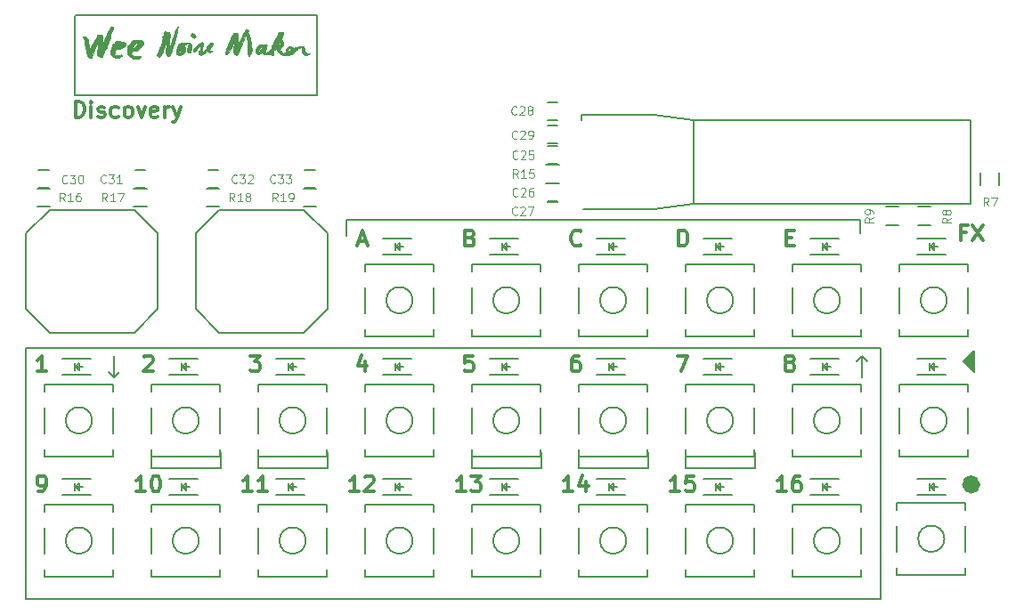
<source format=gto>
G04 #@! TF.FileFunction,Legend,Top*
%FSLAX46Y46*%
G04 Gerber Fmt 4.6, Leading zero omitted, Abs format (unit mm)*
G04 Created by KiCad (PCBNEW 4.0.5-e0-6337~52~ubuntu16.10.1) date Sun Jan 15 19:05:05 2017*
%MOMM*%
%LPD*%
G01*
G04 APERTURE LIST*
%ADD10C,0.100000*%
%ADD11C,0.300000*%
%ADD12C,0.200000*%
%ADD13C,1.000000*%
%ADD14C,0.150000*%
%ADD15C,0.010000*%
%ADD16C,0.125000*%
G04 APERTURE END LIST*
D10*
D11*
X87298829Y-90086571D02*
X87298829Y-88586571D01*
X87655972Y-88586571D01*
X87870257Y-88658000D01*
X88013115Y-88800857D01*
X88084543Y-88943714D01*
X88155972Y-89229429D01*
X88155972Y-89443714D01*
X88084543Y-89729429D01*
X88013115Y-89872286D01*
X87870257Y-90015143D01*
X87655972Y-90086571D01*
X87298829Y-90086571D01*
X88798829Y-90086571D02*
X88798829Y-89086571D01*
X88798829Y-88586571D02*
X88727400Y-88658000D01*
X88798829Y-88729429D01*
X88870257Y-88658000D01*
X88798829Y-88586571D01*
X88798829Y-88729429D01*
X89441686Y-90015143D02*
X89584543Y-90086571D01*
X89870258Y-90086571D01*
X90013115Y-90015143D01*
X90084543Y-89872286D01*
X90084543Y-89800857D01*
X90013115Y-89658000D01*
X89870258Y-89586571D01*
X89655972Y-89586571D01*
X89513115Y-89515143D01*
X89441686Y-89372286D01*
X89441686Y-89300857D01*
X89513115Y-89158000D01*
X89655972Y-89086571D01*
X89870258Y-89086571D01*
X90013115Y-89158000D01*
X91370258Y-90015143D02*
X91227401Y-90086571D01*
X90941687Y-90086571D01*
X90798829Y-90015143D01*
X90727401Y-89943714D01*
X90655972Y-89800857D01*
X90655972Y-89372286D01*
X90727401Y-89229429D01*
X90798829Y-89158000D01*
X90941687Y-89086571D01*
X91227401Y-89086571D01*
X91370258Y-89158000D01*
X92227401Y-90086571D02*
X92084543Y-90015143D01*
X92013115Y-89943714D01*
X91941686Y-89800857D01*
X91941686Y-89372286D01*
X92013115Y-89229429D01*
X92084543Y-89158000D01*
X92227401Y-89086571D01*
X92441686Y-89086571D01*
X92584543Y-89158000D01*
X92655972Y-89229429D01*
X92727401Y-89372286D01*
X92727401Y-89800857D01*
X92655972Y-89943714D01*
X92584543Y-90015143D01*
X92441686Y-90086571D01*
X92227401Y-90086571D01*
X93227401Y-89086571D02*
X93584544Y-90086571D01*
X93941686Y-89086571D01*
X95084543Y-90015143D02*
X94941686Y-90086571D01*
X94655972Y-90086571D01*
X94513115Y-90015143D01*
X94441686Y-89872286D01*
X94441686Y-89300857D01*
X94513115Y-89158000D01*
X94655972Y-89086571D01*
X94941686Y-89086571D01*
X95084543Y-89158000D01*
X95155972Y-89300857D01*
X95155972Y-89443714D01*
X94441686Y-89586571D01*
X95798829Y-90086571D02*
X95798829Y-89086571D01*
X95798829Y-89372286D02*
X95870257Y-89229429D01*
X95941686Y-89158000D01*
X96084543Y-89086571D01*
X96227400Y-89086571D01*
X96584543Y-89086571D02*
X96941686Y-90086571D01*
X97298828Y-89086571D02*
X96941686Y-90086571D01*
X96798828Y-90443714D01*
X96727400Y-90515143D01*
X96584543Y-90586571D01*
D12*
X87250000Y-88000000D02*
X87250000Y-80500000D01*
X110250000Y-88000000D02*
X87250000Y-88000000D01*
X110250000Y-80500000D02*
X110250000Y-88000000D01*
X87300000Y-80400000D02*
X110300000Y-80400000D01*
X172466000Y-113860000D02*
X172720000Y-114114000D01*
X172720000Y-113606000D02*
X172466000Y-113860000D01*
X172720000Y-113098000D02*
X172212000Y-113606000D01*
X171958000Y-113352000D02*
X172720000Y-112590000D01*
X172212000Y-113606000D02*
X171958000Y-113352000D01*
X172212000Y-112844000D02*
X172212000Y-113606000D01*
X172466000Y-112590000D02*
X172212000Y-112844000D01*
X172466000Y-114114000D02*
X172466000Y-112590000D01*
X172720000Y-114114000D02*
X172466000Y-114114000D01*
X172720000Y-113352000D02*
X172720000Y-114114000D01*
X172212000Y-113860000D02*
X172720000Y-113352000D01*
X172720000Y-112844000D02*
X172212000Y-113352000D01*
X171958000Y-113606000D02*
X172720000Y-112844000D01*
X161950400Y-99890000D02*
X161950400Y-101160000D01*
X123850400Y-99890000D02*
X113055400Y-99890000D01*
X161950400Y-99890000D02*
X123850400Y-99890000D01*
X145288000Y-123512000D02*
X145288000Y-121988000D01*
X151892000Y-123512000D02*
X151892000Y-121988000D01*
X135128000Y-123512000D02*
X135128000Y-121988000D01*
X141732000Y-123512000D02*
X141732000Y-121988000D01*
X131572000Y-123512000D02*
X131572000Y-121988000D01*
X124968000Y-123512000D02*
X124968000Y-121988000D01*
X111252000Y-123512000D02*
X111252000Y-121988000D01*
X104648000Y-123512000D02*
X104648000Y-121988000D01*
X101092000Y-123512000D02*
X101092000Y-121988000D01*
X94488000Y-123512000D02*
X94488000Y-121988000D01*
X113055400Y-99890000D02*
X113055400Y-101414000D01*
X82550000Y-112082000D02*
X163830000Y-112082000D01*
X82550000Y-135958000D02*
X82550000Y-112082000D01*
X163830000Y-135958000D02*
X82550000Y-135958000D01*
X163830000Y-112082000D02*
X163830000Y-135958000D01*
X162052000Y-114876000D02*
X162052000Y-112844000D01*
X162052000Y-112844000D02*
X161544000Y-113352000D01*
X162052000Y-112844000D02*
X162560000Y-113352000D01*
X90932000Y-114876000D02*
X90424000Y-114368000D01*
X90932000Y-114876000D02*
X91440000Y-114368000D01*
X90932000Y-112844000D02*
X90932000Y-114876000D01*
X141732000Y-123512000D02*
X135128000Y-123512000D01*
X131572000Y-123512000D02*
X124968000Y-123512000D01*
X111252000Y-123512000D02*
X104648000Y-123512000D01*
X101092000Y-123512000D02*
X94488000Y-123512000D01*
X151892000Y-123512000D02*
X145288000Y-123512000D01*
D11*
X154897972Y-101560857D02*
X155397972Y-101560857D01*
X155612258Y-102346571D02*
X154897972Y-102346571D01*
X154897972Y-100846571D01*
X155612258Y-100846571D01*
X144666543Y-102346571D02*
X144666543Y-100846571D01*
X145023686Y-100846571D01*
X145237971Y-100918000D01*
X145380829Y-101060857D01*
X145452257Y-101203714D01*
X145523686Y-101489429D01*
X145523686Y-101703714D01*
X145452257Y-101989429D01*
X145380829Y-102132286D01*
X145237971Y-102275143D01*
X145023686Y-102346571D01*
X144666543Y-102346571D01*
X135363686Y-102203714D02*
X135292257Y-102275143D01*
X135077971Y-102346571D01*
X134935114Y-102346571D01*
X134720829Y-102275143D01*
X134577971Y-102132286D01*
X134506543Y-101989429D01*
X134435114Y-101703714D01*
X134435114Y-101489429D01*
X134506543Y-101203714D01*
X134577971Y-101060857D01*
X134720829Y-100918000D01*
X134935114Y-100846571D01*
X135077971Y-100846571D01*
X135292257Y-100918000D01*
X135363686Y-100989429D01*
X124846543Y-101560857D02*
X125060829Y-101632286D01*
X125132257Y-101703714D01*
X125203686Y-101846571D01*
X125203686Y-102060857D01*
X125132257Y-102203714D01*
X125060829Y-102275143D01*
X124917971Y-102346571D01*
X124346543Y-102346571D01*
X124346543Y-100846571D01*
X124846543Y-100846571D01*
X124989400Y-100918000D01*
X125060829Y-100989429D01*
X125132257Y-101132286D01*
X125132257Y-101275143D01*
X125060829Y-101418000D01*
X124989400Y-101489429D01*
X124846543Y-101560857D01*
X124346543Y-101560857D01*
X114222257Y-101918000D02*
X114936543Y-101918000D01*
X114079400Y-102346571D02*
X114579400Y-100846571D01*
X115079400Y-102346571D01*
X171966001Y-101052857D02*
X171466001Y-101052857D01*
X171466001Y-101838571D02*
X171466001Y-100338571D01*
X172180287Y-100338571D01*
X172608858Y-100338571D02*
X173608858Y-101838571D01*
X173608858Y-100338571D02*
X172608858Y-101838571D01*
X154908286Y-125714571D02*
X154051143Y-125714571D01*
X154479715Y-125714571D02*
X154479715Y-124214571D01*
X154336858Y-124428857D01*
X154194000Y-124571714D01*
X154051143Y-124643143D01*
X156194000Y-124214571D02*
X155908286Y-124214571D01*
X155765429Y-124286000D01*
X155694000Y-124357429D01*
X155551143Y-124571714D01*
X155479714Y-124857429D01*
X155479714Y-125428857D01*
X155551143Y-125571714D01*
X155622571Y-125643143D01*
X155765429Y-125714571D01*
X156051143Y-125714571D01*
X156194000Y-125643143D01*
X156265429Y-125571714D01*
X156336857Y-125428857D01*
X156336857Y-125071714D01*
X156265429Y-124928857D01*
X156194000Y-124857429D01*
X156051143Y-124786000D01*
X155765429Y-124786000D01*
X155622571Y-124857429D01*
X155551143Y-124928857D01*
X155479714Y-125071714D01*
X144748286Y-125714571D02*
X143891143Y-125714571D01*
X144319715Y-125714571D02*
X144319715Y-124214571D01*
X144176858Y-124428857D01*
X144034000Y-124571714D01*
X143891143Y-124643143D01*
X146105429Y-124214571D02*
X145391143Y-124214571D01*
X145319714Y-124928857D01*
X145391143Y-124857429D01*
X145534000Y-124786000D01*
X145891143Y-124786000D01*
X146034000Y-124857429D01*
X146105429Y-124928857D01*
X146176857Y-125071714D01*
X146176857Y-125428857D01*
X146105429Y-125571714D01*
X146034000Y-125643143D01*
X145891143Y-125714571D01*
X145534000Y-125714571D01*
X145391143Y-125643143D01*
X145319714Y-125571714D01*
X134588286Y-125714571D02*
X133731143Y-125714571D01*
X134159715Y-125714571D02*
X134159715Y-124214571D01*
X134016858Y-124428857D01*
X133874000Y-124571714D01*
X133731143Y-124643143D01*
X135874000Y-124714571D02*
X135874000Y-125714571D01*
X135516857Y-124143143D02*
X135159714Y-125214571D01*
X136088286Y-125214571D01*
X124428286Y-125714571D02*
X123571143Y-125714571D01*
X123999715Y-125714571D02*
X123999715Y-124214571D01*
X123856858Y-124428857D01*
X123714000Y-124571714D01*
X123571143Y-124643143D01*
X124928286Y-124214571D02*
X125856857Y-124214571D01*
X125356857Y-124786000D01*
X125571143Y-124786000D01*
X125714000Y-124857429D01*
X125785429Y-124928857D01*
X125856857Y-125071714D01*
X125856857Y-125428857D01*
X125785429Y-125571714D01*
X125714000Y-125643143D01*
X125571143Y-125714571D01*
X125142571Y-125714571D01*
X124999714Y-125643143D01*
X124928286Y-125571714D01*
X114268286Y-125714571D02*
X113411143Y-125714571D01*
X113839715Y-125714571D02*
X113839715Y-124214571D01*
X113696858Y-124428857D01*
X113554000Y-124571714D01*
X113411143Y-124643143D01*
X114839714Y-124357429D02*
X114911143Y-124286000D01*
X115054000Y-124214571D01*
X115411143Y-124214571D01*
X115554000Y-124286000D01*
X115625429Y-124357429D01*
X115696857Y-124500286D01*
X115696857Y-124643143D01*
X115625429Y-124857429D01*
X114768286Y-125714571D01*
X115696857Y-125714571D01*
X104108286Y-125714571D02*
X103251143Y-125714571D01*
X103679715Y-125714571D02*
X103679715Y-124214571D01*
X103536858Y-124428857D01*
X103394000Y-124571714D01*
X103251143Y-124643143D01*
X105536857Y-125714571D02*
X104679714Y-125714571D01*
X105108286Y-125714571D02*
X105108286Y-124214571D01*
X104965429Y-124428857D01*
X104822571Y-124571714D01*
X104679714Y-124643143D01*
X93948286Y-125714571D02*
X93091143Y-125714571D01*
X93519715Y-125714571D02*
X93519715Y-124214571D01*
X93376858Y-124428857D01*
X93234000Y-124571714D01*
X93091143Y-124643143D01*
X94876857Y-124214571D02*
X95019714Y-124214571D01*
X95162571Y-124286000D01*
X95234000Y-124357429D01*
X95305429Y-124500286D01*
X95376857Y-124786000D01*
X95376857Y-125143143D01*
X95305429Y-125428857D01*
X95234000Y-125571714D01*
X95162571Y-125643143D01*
X95019714Y-125714571D01*
X94876857Y-125714571D01*
X94734000Y-125643143D01*
X94662571Y-125571714D01*
X94591143Y-125428857D01*
X94519714Y-125143143D01*
X94519714Y-124786000D01*
X94591143Y-124500286D01*
X94662571Y-124357429D01*
X94734000Y-124286000D01*
X94876857Y-124214571D01*
X83788286Y-125714571D02*
X84074001Y-125714571D01*
X84216858Y-125643143D01*
X84288286Y-125571714D01*
X84431144Y-125357429D01*
X84502572Y-125071714D01*
X84502572Y-124500286D01*
X84431144Y-124357429D01*
X84359715Y-124286000D01*
X84216858Y-124214571D01*
X83931144Y-124214571D01*
X83788286Y-124286000D01*
X83716858Y-124357429D01*
X83645429Y-124500286D01*
X83645429Y-124857429D01*
X83716858Y-125000286D01*
X83788286Y-125071714D01*
X83931144Y-125143143D01*
X84216858Y-125143143D01*
X84359715Y-125071714D01*
X84431144Y-125000286D01*
X84502572Y-124857429D01*
D12*
X172720000Y-114368000D02*
X172720000Y-112336000D01*
X171704000Y-113352000D02*
X172720000Y-114368000D01*
X172720000Y-112336000D02*
X171704000Y-113352000D01*
D13*
X172825210Y-125036000D02*
G75*
G03X172825210Y-125036000I-359210J0D01*
G01*
D11*
X155051144Y-113427429D02*
X154908286Y-113356000D01*
X154836858Y-113284571D01*
X154765429Y-113141714D01*
X154765429Y-113070286D01*
X154836858Y-112927429D01*
X154908286Y-112856000D01*
X155051144Y-112784571D01*
X155336858Y-112784571D01*
X155479715Y-112856000D01*
X155551144Y-112927429D01*
X155622572Y-113070286D01*
X155622572Y-113141714D01*
X155551144Y-113284571D01*
X155479715Y-113356000D01*
X155336858Y-113427429D01*
X155051144Y-113427429D01*
X154908286Y-113498857D01*
X154836858Y-113570286D01*
X154765429Y-113713143D01*
X154765429Y-113998857D01*
X154836858Y-114141714D01*
X154908286Y-114213143D01*
X155051144Y-114284571D01*
X155336858Y-114284571D01*
X155479715Y-114213143D01*
X155551144Y-114141714D01*
X155622572Y-113998857D01*
X155622572Y-113713143D01*
X155551144Y-113570286D01*
X155479715Y-113498857D01*
X155336858Y-113427429D01*
X144534001Y-112784571D02*
X145534001Y-112784571D01*
X144891144Y-114284571D01*
X135159715Y-112784571D02*
X134874001Y-112784571D01*
X134731144Y-112856000D01*
X134659715Y-112927429D01*
X134516858Y-113141714D01*
X134445429Y-113427429D01*
X134445429Y-113998857D01*
X134516858Y-114141714D01*
X134588286Y-114213143D01*
X134731144Y-114284571D01*
X135016858Y-114284571D01*
X135159715Y-114213143D01*
X135231144Y-114141714D01*
X135302572Y-113998857D01*
X135302572Y-113641714D01*
X135231144Y-113498857D01*
X135159715Y-113427429D01*
X135016858Y-113356000D01*
X134731144Y-113356000D01*
X134588286Y-113427429D01*
X134516858Y-113498857D01*
X134445429Y-113641714D01*
X125071144Y-112784571D02*
X124356858Y-112784571D01*
X124285429Y-113498857D01*
X124356858Y-113427429D01*
X124499715Y-113356000D01*
X124856858Y-113356000D01*
X124999715Y-113427429D01*
X125071144Y-113498857D01*
X125142572Y-113641714D01*
X125142572Y-113998857D01*
X125071144Y-114141714D01*
X124999715Y-114213143D01*
X124856858Y-114284571D01*
X124499715Y-114284571D01*
X124356858Y-114213143D01*
X124285429Y-114141714D01*
X114839715Y-113284571D02*
X114839715Y-114284571D01*
X114482572Y-112713143D02*
X114125429Y-113784571D01*
X115054001Y-113784571D01*
X103894001Y-112784571D02*
X104822572Y-112784571D01*
X104322572Y-113356000D01*
X104536858Y-113356000D01*
X104679715Y-113427429D01*
X104751144Y-113498857D01*
X104822572Y-113641714D01*
X104822572Y-113998857D01*
X104751144Y-114141714D01*
X104679715Y-114213143D01*
X104536858Y-114284571D01*
X104108286Y-114284571D01*
X103965429Y-114213143D01*
X103894001Y-114141714D01*
X93805429Y-112927429D02*
X93876858Y-112856000D01*
X94019715Y-112784571D01*
X94376858Y-112784571D01*
X94519715Y-112856000D01*
X94591144Y-112927429D01*
X94662572Y-113070286D01*
X94662572Y-113213143D01*
X94591144Y-113427429D01*
X93734001Y-114284571D01*
X94662572Y-114284571D01*
X84502572Y-114284571D02*
X83645429Y-114284571D01*
X84074001Y-114284571D02*
X84074001Y-112784571D01*
X83931144Y-112998857D01*
X83788286Y-113141714D01*
X83645429Y-113213143D01*
D14*
X132166000Y-90350000D02*
X133166000Y-90350000D01*
X133166000Y-88650000D02*
X132166000Y-88650000D01*
X119360000Y-130370000D02*
G75*
G03X119360000Y-130370000I-1250000J0D01*
G01*
X121360000Y-133120000D02*
X121360000Y-133770000D01*
X121360000Y-133770000D02*
X114860000Y-133770000D01*
X114860000Y-133770000D02*
X114860000Y-133120000D01*
X121360000Y-127620000D02*
X121360000Y-126970000D01*
X121360000Y-126970000D02*
X114860000Y-126970000D01*
X114860000Y-126970000D02*
X114860000Y-127620000D01*
X121360000Y-129120000D02*
X121360000Y-131620000D01*
X114860000Y-129120000D02*
X114860000Y-131620000D01*
X146990000Y-103180000D02*
X149690000Y-103180000D01*
X146990000Y-101680000D02*
X149690000Y-101680000D01*
X148490000Y-102580000D02*
X148490000Y-102330000D01*
X148490000Y-102330000D02*
X148340000Y-102480000D01*
X148240000Y-102080000D02*
X148240000Y-102780000D01*
X148590000Y-102430000D02*
X148940000Y-102430000D01*
X148240000Y-102430000D02*
X148590000Y-102080000D01*
X148590000Y-102080000D02*
X148590000Y-102780000D01*
X148590000Y-102780000D02*
X148240000Y-102430000D01*
X116510000Y-126040000D02*
X119210000Y-126040000D01*
X116510000Y-124540000D02*
X119210000Y-124540000D01*
X118010000Y-125440000D02*
X118010000Y-125190000D01*
X118010000Y-125190000D02*
X117860000Y-125340000D01*
X117760000Y-124940000D02*
X117760000Y-125640000D01*
X118110000Y-125290000D02*
X118460000Y-125290000D01*
X117760000Y-125290000D02*
X118110000Y-124940000D01*
X118110000Y-124940000D02*
X118110000Y-125640000D01*
X118110000Y-125640000D02*
X117760000Y-125290000D01*
X96190000Y-114610000D02*
X98890000Y-114610000D01*
X96190000Y-113110000D02*
X98890000Y-113110000D01*
X97690000Y-114010000D02*
X97690000Y-113760000D01*
X97690000Y-113760000D02*
X97540000Y-113910000D01*
X97440000Y-113510000D02*
X97440000Y-114210000D01*
X97790000Y-113860000D02*
X98140000Y-113860000D01*
X97440000Y-113860000D02*
X97790000Y-113510000D01*
X97790000Y-113510000D02*
X97790000Y-114210000D01*
X97790000Y-114210000D02*
X97440000Y-113860000D01*
X132166000Y-98120000D02*
X133166000Y-98120000D01*
X133166000Y-96420000D02*
X132166000Y-96420000D01*
X132166000Y-99898000D02*
X133166000Y-99898000D01*
X133166000Y-98198000D02*
X132166000Y-98198000D01*
X157150000Y-103180000D02*
X159850000Y-103180000D01*
X157150000Y-101680000D02*
X159850000Y-101680000D01*
X158650000Y-102580000D02*
X158650000Y-102330000D01*
X158650000Y-102330000D02*
X158500000Y-102480000D01*
X158400000Y-102080000D02*
X158400000Y-102780000D01*
X158750000Y-102430000D02*
X159100000Y-102430000D01*
X158400000Y-102430000D02*
X158750000Y-102080000D01*
X158750000Y-102080000D02*
X158750000Y-102780000D01*
X158750000Y-102780000D02*
X158400000Y-102430000D01*
X119360000Y-118940000D02*
G75*
G03X119360000Y-118940000I-1250000J0D01*
G01*
X121360000Y-121690000D02*
X121360000Y-122340000D01*
X121360000Y-122340000D02*
X114860000Y-122340000D01*
X114860000Y-122340000D02*
X114860000Y-121690000D01*
X121360000Y-116190000D02*
X121360000Y-115540000D01*
X121360000Y-115540000D02*
X114860000Y-115540000D01*
X114860000Y-115540000D02*
X114860000Y-116190000D01*
X121360000Y-117690000D02*
X121360000Y-120190000D01*
X114860000Y-117690000D02*
X114860000Y-120190000D01*
X88880000Y-118940000D02*
G75*
G03X88880000Y-118940000I-1250000J0D01*
G01*
X90880000Y-121690000D02*
X90880000Y-122340000D01*
X90880000Y-122340000D02*
X84380000Y-122340000D01*
X84380000Y-122340000D02*
X84380000Y-121690000D01*
X90880000Y-116190000D02*
X90880000Y-115540000D01*
X90880000Y-115540000D02*
X84380000Y-115540000D01*
X84380000Y-115540000D02*
X84380000Y-116190000D01*
X90880000Y-117690000D02*
X90880000Y-120190000D01*
X84380000Y-117690000D02*
X84380000Y-120190000D01*
X167310000Y-103180000D02*
X170010000Y-103180000D01*
X167310000Y-101680000D02*
X170010000Y-101680000D01*
X168810000Y-102580000D02*
X168810000Y-102330000D01*
X168810000Y-102330000D02*
X168660000Y-102480000D01*
X168560000Y-102080000D02*
X168560000Y-102780000D01*
X168910000Y-102430000D02*
X169260000Y-102430000D01*
X168560000Y-102430000D02*
X168910000Y-102080000D01*
X168910000Y-102080000D02*
X168910000Y-102780000D01*
X168910000Y-102780000D02*
X168560000Y-102430000D01*
X149840000Y-118940000D02*
G75*
G03X149840000Y-118940000I-1250000J0D01*
G01*
X151840000Y-121690000D02*
X151840000Y-122340000D01*
X151840000Y-122340000D02*
X145340000Y-122340000D01*
X145340000Y-122340000D02*
X145340000Y-121690000D01*
X151840000Y-116190000D02*
X151840000Y-115540000D01*
X151840000Y-115540000D02*
X145340000Y-115540000D01*
X145340000Y-115540000D02*
X145340000Y-116190000D01*
X151840000Y-117690000D02*
X151840000Y-120190000D01*
X145340000Y-117690000D02*
X145340000Y-120190000D01*
X160000000Y-118940000D02*
G75*
G03X160000000Y-118940000I-1250000J0D01*
G01*
X162000000Y-121690000D02*
X162000000Y-122340000D01*
X162000000Y-122340000D02*
X155500000Y-122340000D01*
X155500000Y-122340000D02*
X155500000Y-121690000D01*
X162000000Y-116190000D02*
X162000000Y-115540000D01*
X162000000Y-115540000D02*
X155500000Y-115540000D01*
X155500000Y-115540000D02*
X155500000Y-116190000D01*
X162000000Y-117690000D02*
X162000000Y-120190000D01*
X155500000Y-117690000D02*
X155500000Y-120190000D01*
X99040000Y-118940000D02*
G75*
G03X99040000Y-118940000I-1250000J0D01*
G01*
X101040000Y-121690000D02*
X101040000Y-122340000D01*
X101040000Y-122340000D02*
X94540000Y-122340000D01*
X94540000Y-122340000D02*
X94540000Y-121690000D01*
X101040000Y-116190000D02*
X101040000Y-115540000D01*
X101040000Y-115540000D02*
X94540000Y-115540000D01*
X94540000Y-115540000D02*
X94540000Y-116190000D01*
X101040000Y-117690000D02*
X101040000Y-120190000D01*
X94540000Y-117690000D02*
X94540000Y-120190000D01*
X109200000Y-118940000D02*
G75*
G03X109200000Y-118940000I-1250000J0D01*
G01*
X111200000Y-121690000D02*
X111200000Y-122340000D01*
X111200000Y-122340000D02*
X104700000Y-122340000D01*
X104700000Y-122340000D02*
X104700000Y-121690000D01*
X111200000Y-116190000D02*
X111200000Y-115540000D01*
X111200000Y-115540000D02*
X104700000Y-115540000D01*
X104700000Y-115540000D02*
X104700000Y-116190000D01*
X111200000Y-117690000D02*
X111200000Y-120190000D01*
X104700000Y-117690000D02*
X104700000Y-120190000D01*
X129520000Y-118940000D02*
G75*
G03X129520000Y-118940000I-1250000J0D01*
G01*
X131520000Y-121690000D02*
X131520000Y-122340000D01*
X131520000Y-122340000D02*
X125020000Y-122340000D01*
X125020000Y-122340000D02*
X125020000Y-121690000D01*
X131520000Y-116190000D02*
X131520000Y-115540000D01*
X131520000Y-115540000D02*
X125020000Y-115540000D01*
X125020000Y-115540000D02*
X125020000Y-116190000D01*
X131520000Y-117690000D02*
X131520000Y-120190000D01*
X125020000Y-117690000D02*
X125020000Y-120190000D01*
X139680000Y-118940000D02*
G75*
G03X139680000Y-118940000I-1250000J0D01*
G01*
X141680000Y-121690000D02*
X141680000Y-122340000D01*
X141680000Y-122340000D02*
X135180000Y-122340000D01*
X135180000Y-122340000D02*
X135180000Y-121690000D01*
X141680000Y-116190000D02*
X141680000Y-115540000D01*
X141680000Y-115540000D02*
X135180000Y-115540000D01*
X135180000Y-115540000D02*
X135180000Y-116190000D01*
X141680000Y-117690000D02*
X141680000Y-120190000D01*
X135180000Y-117690000D02*
X135180000Y-120190000D01*
X88880000Y-130370000D02*
G75*
G03X88880000Y-130370000I-1250000J0D01*
G01*
X90880000Y-133120000D02*
X90880000Y-133770000D01*
X90880000Y-133770000D02*
X84380000Y-133770000D01*
X84380000Y-133770000D02*
X84380000Y-133120000D01*
X90880000Y-127620000D02*
X90880000Y-126970000D01*
X90880000Y-126970000D02*
X84380000Y-126970000D01*
X84380000Y-126970000D02*
X84380000Y-127620000D01*
X90880000Y-129120000D02*
X90880000Y-131620000D01*
X84380000Y-129120000D02*
X84380000Y-131620000D01*
X99040000Y-130370000D02*
G75*
G03X99040000Y-130370000I-1250000J0D01*
G01*
X101040000Y-133120000D02*
X101040000Y-133770000D01*
X101040000Y-133770000D02*
X94540000Y-133770000D01*
X94540000Y-133770000D02*
X94540000Y-133120000D01*
X101040000Y-127620000D02*
X101040000Y-126970000D01*
X101040000Y-126970000D02*
X94540000Y-126970000D01*
X94540000Y-126970000D02*
X94540000Y-127620000D01*
X101040000Y-129120000D02*
X101040000Y-131620000D01*
X94540000Y-129120000D02*
X94540000Y-131620000D01*
X109200000Y-130370000D02*
G75*
G03X109200000Y-130370000I-1250000J0D01*
G01*
X111200000Y-133120000D02*
X111200000Y-133770000D01*
X111200000Y-133770000D02*
X104700000Y-133770000D01*
X104700000Y-133770000D02*
X104700000Y-133120000D01*
X111200000Y-127620000D02*
X111200000Y-126970000D01*
X111200000Y-126970000D02*
X104700000Y-126970000D01*
X104700000Y-126970000D02*
X104700000Y-127620000D01*
X111200000Y-129120000D02*
X111200000Y-131620000D01*
X104700000Y-129120000D02*
X104700000Y-131620000D01*
X129520000Y-130370000D02*
G75*
G03X129520000Y-130370000I-1250000J0D01*
G01*
X131520000Y-133120000D02*
X131520000Y-133770000D01*
X131520000Y-133770000D02*
X125020000Y-133770000D01*
X125020000Y-133770000D02*
X125020000Y-133120000D01*
X131520000Y-127620000D02*
X131520000Y-126970000D01*
X131520000Y-126970000D02*
X125020000Y-126970000D01*
X125020000Y-126970000D02*
X125020000Y-127620000D01*
X131520000Y-129120000D02*
X131520000Y-131620000D01*
X125020000Y-129120000D02*
X125020000Y-131620000D01*
X139680000Y-130370000D02*
G75*
G03X139680000Y-130370000I-1250000J0D01*
G01*
X141680000Y-133120000D02*
X141680000Y-133770000D01*
X141680000Y-133770000D02*
X135180000Y-133770000D01*
X135180000Y-133770000D02*
X135180000Y-133120000D01*
X141680000Y-127620000D02*
X141680000Y-126970000D01*
X141680000Y-126970000D02*
X135180000Y-126970000D01*
X135180000Y-126970000D02*
X135180000Y-127620000D01*
X141680000Y-129120000D02*
X141680000Y-131620000D01*
X135180000Y-129120000D02*
X135180000Y-131620000D01*
X149840000Y-130370000D02*
G75*
G03X149840000Y-130370000I-1250000J0D01*
G01*
X151840000Y-133120000D02*
X151840000Y-133770000D01*
X151840000Y-133770000D02*
X145340000Y-133770000D01*
X145340000Y-133770000D02*
X145340000Y-133120000D01*
X151840000Y-127620000D02*
X151840000Y-126970000D01*
X151840000Y-126970000D02*
X145340000Y-126970000D01*
X145340000Y-126970000D02*
X145340000Y-127620000D01*
X151840000Y-129120000D02*
X151840000Y-131620000D01*
X145340000Y-129120000D02*
X145340000Y-131620000D01*
X160000000Y-130370000D02*
G75*
G03X160000000Y-130370000I-1250000J0D01*
G01*
X162000000Y-133120000D02*
X162000000Y-133770000D01*
X162000000Y-133770000D02*
X155500000Y-133770000D01*
X155500000Y-133770000D02*
X155500000Y-133120000D01*
X162000000Y-127620000D02*
X162000000Y-126970000D01*
X162000000Y-126970000D02*
X155500000Y-126970000D01*
X155500000Y-126970000D02*
X155500000Y-127620000D01*
X162000000Y-129120000D02*
X162000000Y-131620000D01*
X155500000Y-129120000D02*
X155500000Y-131620000D01*
X170160000Y-118940000D02*
G75*
G03X170160000Y-118940000I-1250000J0D01*
G01*
X172160000Y-121690000D02*
X172160000Y-122340000D01*
X172160000Y-122340000D02*
X165660000Y-122340000D01*
X165660000Y-122340000D02*
X165660000Y-121690000D01*
X172160000Y-116190000D02*
X172160000Y-115540000D01*
X172160000Y-115540000D02*
X165660000Y-115540000D01*
X165660000Y-115540000D02*
X165660000Y-116190000D01*
X172160000Y-117690000D02*
X172160000Y-120190000D01*
X165660000Y-117690000D02*
X165660000Y-120190000D01*
X169931400Y-130200400D02*
G75*
G03X169931400Y-130200400I-1250000J0D01*
G01*
X171931400Y-132950400D02*
X171931400Y-133600400D01*
X171931400Y-133600400D02*
X165431400Y-133600400D01*
X165431400Y-133600400D02*
X165431400Y-132950400D01*
X171931400Y-127450400D02*
X171931400Y-126800400D01*
X171931400Y-126800400D02*
X165431400Y-126800400D01*
X165431400Y-126800400D02*
X165431400Y-127450400D01*
X171931400Y-128950400D02*
X171931400Y-131450400D01*
X165431400Y-128950400D02*
X165431400Y-131450400D01*
X170160000Y-107510000D02*
G75*
G03X170160000Y-107510000I-1250000J0D01*
G01*
X172160000Y-110260000D02*
X172160000Y-110910000D01*
X172160000Y-110910000D02*
X165660000Y-110910000D01*
X165660000Y-110910000D02*
X165660000Y-110260000D01*
X172160000Y-104760000D02*
X172160000Y-104110000D01*
X172160000Y-104110000D02*
X165660000Y-104110000D01*
X165660000Y-104110000D02*
X165660000Y-104760000D01*
X172160000Y-106260000D02*
X172160000Y-108760000D01*
X165660000Y-106260000D02*
X165660000Y-108760000D01*
X119360000Y-107510000D02*
G75*
G03X119360000Y-107510000I-1250000J0D01*
G01*
X121360000Y-110260000D02*
X121360000Y-110910000D01*
X121360000Y-110910000D02*
X114860000Y-110910000D01*
X114860000Y-110910000D02*
X114860000Y-110260000D01*
X121360000Y-104760000D02*
X121360000Y-104110000D01*
X121360000Y-104110000D02*
X114860000Y-104110000D01*
X114860000Y-104110000D02*
X114860000Y-104760000D01*
X121360000Y-106260000D02*
X121360000Y-108760000D01*
X114860000Y-106260000D02*
X114860000Y-108760000D01*
X129520000Y-107510000D02*
G75*
G03X129520000Y-107510000I-1250000J0D01*
G01*
X131520000Y-110260000D02*
X131520000Y-110910000D01*
X131520000Y-110910000D02*
X125020000Y-110910000D01*
X125020000Y-110910000D02*
X125020000Y-110260000D01*
X131520000Y-104760000D02*
X131520000Y-104110000D01*
X131520000Y-104110000D02*
X125020000Y-104110000D01*
X125020000Y-104110000D02*
X125020000Y-104760000D01*
X131520000Y-106260000D02*
X131520000Y-108760000D01*
X125020000Y-106260000D02*
X125020000Y-108760000D01*
X139680000Y-107510000D02*
G75*
G03X139680000Y-107510000I-1250000J0D01*
G01*
X141680000Y-110260000D02*
X141680000Y-110910000D01*
X141680000Y-110910000D02*
X135180000Y-110910000D01*
X135180000Y-110910000D02*
X135180000Y-110260000D01*
X141680000Y-104760000D02*
X141680000Y-104110000D01*
X141680000Y-104110000D02*
X135180000Y-104110000D01*
X135180000Y-104110000D02*
X135180000Y-104760000D01*
X141680000Y-106260000D02*
X141680000Y-108760000D01*
X135180000Y-106260000D02*
X135180000Y-108760000D01*
X149840000Y-107510000D02*
G75*
G03X149840000Y-107510000I-1250000J0D01*
G01*
X151840000Y-110260000D02*
X151840000Y-110910000D01*
X151840000Y-110910000D02*
X145340000Y-110910000D01*
X145340000Y-110910000D02*
X145340000Y-110260000D01*
X151840000Y-104760000D02*
X151840000Y-104110000D01*
X151840000Y-104110000D02*
X145340000Y-104110000D01*
X145340000Y-104110000D02*
X145340000Y-104760000D01*
X151840000Y-106260000D02*
X151840000Y-108760000D01*
X145340000Y-106260000D02*
X145340000Y-108760000D01*
X160000000Y-107510000D02*
G75*
G03X160000000Y-107510000I-1250000J0D01*
G01*
X162000000Y-110260000D02*
X162000000Y-110910000D01*
X162000000Y-110910000D02*
X155500000Y-110910000D01*
X155500000Y-110910000D02*
X155500000Y-110260000D01*
X162000000Y-104760000D02*
X162000000Y-104110000D01*
X162000000Y-104110000D02*
X155500000Y-104110000D01*
X155500000Y-104110000D02*
X155500000Y-104760000D01*
X162000000Y-106260000D02*
X162000000Y-108760000D01*
X155500000Y-106260000D02*
X155500000Y-108760000D01*
X86030000Y-126040000D02*
X88730000Y-126040000D01*
X86030000Y-124540000D02*
X88730000Y-124540000D01*
X87530000Y-125440000D02*
X87530000Y-125190000D01*
X87530000Y-125190000D02*
X87380000Y-125340000D01*
X87280000Y-124940000D02*
X87280000Y-125640000D01*
X87630000Y-125290000D02*
X87980000Y-125290000D01*
X87280000Y-125290000D02*
X87630000Y-124940000D01*
X87630000Y-124940000D02*
X87630000Y-125640000D01*
X87630000Y-125640000D02*
X87280000Y-125290000D01*
X96190000Y-126040000D02*
X98890000Y-126040000D01*
X96190000Y-124540000D02*
X98890000Y-124540000D01*
X97690000Y-125440000D02*
X97690000Y-125190000D01*
X97690000Y-125190000D02*
X97540000Y-125340000D01*
X97440000Y-124940000D02*
X97440000Y-125640000D01*
X97790000Y-125290000D02*
X98140000Y-125290000D01*
X97440000Y-125290000D02*
X97790000Y-124940000D01*
X97790000Y-124940000D02*
X97790000Y-125640000D01*
X97790000Y-125640000D02*
X97440000Y-125290000D01*
X106350000Y-126040000D02*
X109050000Y-126040000D01*
X106350000Y-124540000D02*
X109050000Y-124540000D01*
X107850000Y-125440000D02*
X107850000Y-125190000D01*
X107850000Y-125190000D02*
X107700000Y-125340000D01*
X107600000Y-124940000D02*
X107600000Y-125640000D01*
X107950000Y-125290000D02*
X108300000Y-125290000D01*
X107600000Y-125290000D02*
X107950000Y-124940000D01*
X107950000Y-124940000D02*
X107950000Y-125640000D01*
X107950000Y-125640000D02*
X107600000Y-125290000D01*
X126670000Y-126040000D02*
X129370000Y-126040000D01*
X126670000Y-124540000D02*
X129370000Y-124540000D01*
X128170000Y-125440000D02*
X128170000Y-125190000D01*
X128170000Y-125190000D02*
X128020000Y-125340000D01*
X127920000Y-124940000D02*
X127920000Y-125640000D01*
X128270000Y-125290000D02*
X128620000Y-125290000D01*
X127920000Y-125290000D02*
X128270000Y-124940000D01*
X128270000Y-124940000D02*
X128270000Y-125640000D01*
X128270000Y-125640000D02*
X127920000Y-125290000D01*
X136830000Y-126040000D02*
X139530000Y-126040000D01*
X136830000Y-124540000D02*
X139530000Y-124540000D01*
X138330000Y-125440000D02*
X138330000Y-125190000D01*
X138330000Y-125190000D02*
X138180000Y-125340000D01*
X138080000Y-124940000D02*
X138080000Y-125640000D01*
X138430000Y-125290000D02*
X138780000Y-125290000D01*
X138080000Y-125290000D02*
X138430000Y-124940000D01*
X138430000Y-124940000D02*
X138430000Y-125640000D01*
X138430000Y-125640000D02*
X138080000Y-125290000D01*
X146990000Y-126040000D02*
X149690000Y-126040000D01*
X146990000Y-124540000D02*
X149690000Y-124540000D01*
X148490000Y-125440000D02*
X148490000Y-125190000D01*
X148490000Y-125190000D02*
X148340000Y-125340000D01*
X148240000Y-124940000D02*
X148240000Y-125640000D01*
X148590000Y-125290000D02*
X148940000Y-125290000D01*
X148240000Y-125290000D02*
X148590000Y-124940000D01*
X148590000Y-124940000D02*
X148590000Y-125640000D01*
X148590000Y-125640000D02*
X148240000Y-125290000D01*
X157150000Y-126040000D02*
X159850000Y-126040000D01*
X157150000Y-124540000D02*
X159850000Y-124540000D01*
X158650000Y-125440000D02*
X158650000Y-125190000D01*
X158650000Y-125190000D02*
X158500000Y-125340000D01*
X158400000Y-124940000D02*
X158400000Y-125640000D01*
X158750000Y-125290000D02*
X159100000Y-125290000D01*
X158400000Y-125290000D02*
X158750000Y-124940000D01*
X158750000Y-124940000D02*
X158750000Y-125640000D01*
X158750000Y-125640000D02*
X158400000Y-125290000D01*
X167310000Y-126040000D02*
X170010000Y-126040000D01*
X167310000Y-124540000D02*
X170010000Y-124540000D01*
X168810000Y-125440000D02*
X168810000Y-125190000D01*
X168810000Y-125190000D02*
X168660000Y-125340000D01*
X168560000Y-124940000D02*
X168560000Y-125640000D01*
X168910000Y-125290000D02*
X169260000Y-125290000D01*
X168560000Y-125290000D02*
X168910000Y-124940000D01*
X168910000Y-124940000D02*
X168910000Y-125640000D01*
X168910000Y-125640000D02*
X168560000Y-125290000D01*
X86030000Y-114610000D02*
X88730000Y-114610000D01*
X86030000Y-113110000D02*
X88730000Y-113110000D01*
X87530000Y-114010000D02*
X87530000Y-113760000D01*
X87530000Y-113760000D02*
X87380000Y-113910000D01*
X87280000Y-113510000D02*
X87280000Y-114210000D01*
X87630000Y-113860000D02*
X87980000Y-113860000D01*
X87280000Y-113860000D02*
X87630000Y-113510000D01*
X87630000Y-113510000D02*
X87630000Y-114210000D01*
X87630000Y-114210000D02*
X87280000Y-113860000D01*
X106350000Y-114610000D02*
X109050000Y-114610000D01*
X106350000Y-113110000D02*
X109050000Y-113110000D01*
X107850000Y-114010000D02*
X107850000Y-113760000D01*
X107850000Y-113760000D02*
X107700000Y-113910000D01*
X107600000Y-113510000D02*
X107600000Y-114210000D01*
X107950000Y-113860000D02*
X108300000Y-113860000D01*
X107600000Y-113860000D02*
X107950000Y-113510000D01*
X107950000Y-113510000D02*
X107950000Y-114210000D01*
X107950000Y-114210000D02*
X107600000Y-113860000D01*
X116510000Y-114610000D02*
X119210000Y-114610000D01*
X116510000Y-113110000D02*
X119210000Y-113110000D01*
X118010000Y-114010000D02*
X118010000Y-113760000D01*
X118010000Y-113760000D02*
X117860000Y-113910000D01*
X117760000Y-113510000D02*
X117760000Y-114210000D01*
X118110000Y-113860000D02*
X118460000Y-113860000D01*
X117760000Y-113860000D02*
X118110000Y-113510000D01*
X118110000Y-113510000D02*
X118110000Y-114210000D01*
X118110000Y-114210000D02*
X117760000Y-113860000D01*
X126670000Y-114610000D02*
X129370000Y-114610000D01*
X126670000Y-113110000D02*
X129370000Y-113110000D01*
X128170000Y-114010000D02*
X128170000Y-113760000D01*
X128170000Y-113760000D02*
X128020000Y-113910000D01*
X127920000Y-113510000D02*
X127920000Y-114210000D01*
X128270000Y-113860000D02*
X128620000Y-113860000D01*
X127920000Y-113860000D02*
X128270000Y-113510000D01*
X128270000Y-113510000D02*
X128270000Y-114210000D01*
X128270000Y-114210000D02*
X127920000Y-113860000D01*
X136830000Y-114610000D02*
X139530000Y-114610000D01*
X136830000Y-113110000D02*
X139530000Y-113110000D01*
X138330000Y-114010000D02*
X138330000Y-113760000D01*
X138330000Y-113760000D02*
X138180000Y-113910000D01*
X138080000Y-113510000D02*
X138080000Y-114210000D01*
X138430000Y-113860000D02*
X138780000Y-113860000D01*
X138080000Y-113860000D02*
X138430000Y-113510000D01*
X138430000Y-113510000D02*
X138430000Y-114210000D01*
X138430000Y-114210000D02*
X138080000Y-113860000D01*
X146990000Y-114610000D02*
X149690000Y-114610000D01*
X146990000Y-113110000D02*
X149690000Y-113110000D01*
X148490000Y-114010000D02*
X148490000Y-113760000D01*
X148490000Y-113760000D02*
X148340000Y-113910000D01*
X148240000Y-113510000D02*
X148240000Y-114210000D01*
X148590000Y-113860000D02*
X148940000Y-113860000D01*
X148240000Y-113860000D02*
X148590000Y-113510000D01*
X148590000Y-113510000D02*
X148590000Y-114210000D01*
X148590000Y-114210000D02*
X148240000Y-113860000D01*
X157150000Y-114610000D02*
X159850000Y-114610000D01*
X157150000Y-113110000D02*
X159850000Y-113110000D01*
X158650000Y-114010000D02*
X158650000Y-113760000D01*
X158650000Y-113760000D02*
X158500000Y-113910000D01*
X158400000Y-113510000D02*
X158400000Y-114210000D01*
X158750000Y-113860000D02*
X159100000Y-113860000D01*
X158400000Y-113860000D02*
X158750000Y-113510000D01*
X158750000Y-113510000D02*
X158750000Y-114210000D01*
X158750000Y-114210000D02*
X158400000Y-113860000D01*
X167310000Y-114610000D02*
X170010000Y-114610000D01*
X167310000Y-113110000D02*
X170010000Y-113110000D01*
X168810000Y-114010000D02*
X168810000Y-113760000D01*
X168810000Y-113760000D02*
X168660000Y-113910000D01*
X168560000Y-113510000D02*
X168560000Y-114210000D01*
X168910000Y-113860000D02*
X169260000Y-113860000D01*
X168560000Y-113860000D02*
X168910000Y-113510000D01*
X168910000Y-113510000D02*
X168910000Y-114210000D01*
X168910000Y-114210000D02*
X168560000Y-113860000D01*
X116510000Y-103180000D02*
X119210000Y-103180000D01*
X116510000Y-101680000D02*
X119210000Y-101680000D01*
X118010000Y-102580000D02*
X118010000Y-102330000D01*
X118010000Y-102330000D02*
X117860000Y-102480000D01*
X117760000Y-102080000D02*
X117760000Y-102780000D01*
X118110000Y-102430000D02*
X118460000Y-102430000D01*
X117760000Y-102430000D02*
X118110000Y-102080000D01*
X118110000Y-102080000D02*
X118110000Y-102780000D01*
X118110000Y-102780000D02*
X117760000Y-102430000D01*
X126670000Y-103180000D02*
X129370000Y-103180000D01*
X126670000Y-101680000D02*
X129370000Y-101680000D01*
X128170000Y-102580000D02*
X128170000Y-102330000D01*
X128170000Y-102330000D02*
X128020000Y-102480000D01*
X127920000Y-102080000D02*
X127920000Y-102780000D01*
X128270000Y-102430000D02*
X128620000Y-102430000D01*
X127920000Y-102430000D02*
X128270000Y-102080000D01*
X128270000Y-102080000D02*
X128270000Y-102780000D01*
X128270000Y-102780000D02*
X127920000Y-102430000D01*
X136830000Y-103180000D02*
X139530000Y-103180000D01*
X136830000Y-101680000D02*
X139530000Y-101680000D01*
X138330000Y-102580000D02*
X138330000Y-102330000D01*
X138330000Y-102330000D02*
X138180000Y-102480000D01*
X138080000Y-102080000D02*
X138080000Y-102780000D01*
X138430000Y-102430000D02*
X138780000Y-102430000D01*
X138080000Y-102430000D02*
X138430000Y-102080000D01*
X138430000Y-102080000D02*
X138430000Y-102780000D01*
X138430000Y-102780000D02*
X138080000Y-102430000D01*
X173375000Y-96600000D02*
X173375000Y-95400000D01*
X175125000Y-95400000D02*
X175125000Y-96600000D01*
X168600000Y-100375000D02*
X167400000Y-100375000D01*
X167400000Y-98625000D02*
X168600000Y-98625000D01*
X164400000Y-98625000D02*
X165600000Y-98625000D01*
X165600000Y-100375000D02*
X164400000Y-100375000D01*
X132166000Y-94564000D02*
X133166000Y-94564000D01*
X133166000Y-92864000D02*
X132166000Y-92864000D01*
X132166000Y-92600000D02*
X133166000Y-92600000D01*
X133166000Y-90900000D02*
X132166000Y-90900000D01*
X132066000Y-94617000D02*
X133266000Y-94617000D01*
X133266000Y-96367000D02*
X132066000Y-96367000D01*
X83751800Y-96853800D02*
X84751800Y-96853800D01*
X84751800Y-95153800D02*
X83751800Y-95153800D01*
X93972000Y-95153800D02*
X92972000Y-95153800D01*
X92972000Y-96853800D02*
X93972000Y-96853800D01*
X99906200Y-96853800D02*
X100906200Y-96853800D01*
X100906200Y-95153800D02*
X99906200Y-95153800D01*
X110101000Y-95153800D02*
X109101000Y-95153800D01*
X109101000Y-96853800D02*
X110101000Y-96853800D01*
X84864500Y-98606000D02*
X83664500Y-98606000D01*
X83664500Y-96856000D02*
X84864500Y-96856000D01*
X94072000Y-98606000D02*
X92872000Y-98606000D01*
X92872000Y-96856000D02*
X94072000Y-96856000D01*
X100993500Y-98606000D02*
X99793500Y-98606000D01*
X99793500Y-96856000D02*
X100993500Y-96856000D01*
X110201000Y-98606000D02*
X109001000Y-98606000D01*
X109001000Y-96856000D02*
X110201000Y-96856000D01*
D12*
X82624600Y-108366800D02*
X82624600Y-101166800D01*
X92874600Y-110616800D02*
X84874600Y-110616800D01*
X95124600Y-101166800D02*
X95124600Y-108366800D01*
X84874600Y-98916800D02*
X92874600Y-98916800D01*
X92874600Y-110616800D02*
X95124600Y-108366800D01*
X84874600Y-110616800D02*
X82624600Y-108366800D01*
X84874600Y-98916800D02*
X82624600Y-101166800D01*
X95124600Y-101166800D02*
X92874600Y-98916800D01*
X98750000Y-108350000D02*
X98750000Y-101150000D01*
X109000000Y-110600000D02*
X101000000Y-110600000D01*
X111250000Y-101150000D02*
X111250000Y-108350000D01*
X101000000Y-98900000D02*
X109000000Y-98900000D01*
X109000000Y-110600000D02*
X111250000Y-108350000D01*
X101000000Y-110600000D02*
X98750000Y-108350000D01*
X101000000Y-98900000D02*
X98750000Y-101150000D01*
X111250000Y-101150000D02*
X109000000Y-98900000D01*
X142300000Y-89850000D02*
X146100000Y-90350000D01*
X135400000Y-89850000D02*
X142300000Y-89850000D01*
X142300000Y-98850000D02*
X146100000Y-98350000D01*
X135600000Y-98850000D02*
X142300000Y-98850000D01*
X172400000Y-98350000D02*
X172400000Y-90350000D01*
X146100000Y-90350000D02*
X172400000Y-90350000D01*
X146100000Y-98350000D02*
X146100000Y-90350000D01*
X172400000Y-98350000D02*
X146100000Y-98350000D01*
X135400000Y-89850000D02*
X135400000Y-90350000D01*
D15*
G36*
X93198229Y-82726438D02*
X93379400Y-82750789D01*
X93531471Y-82788386D01*
X93641635Y-82836783D01*
X93649003Y-82841549D01*
X93723875Y-82916492D01*
X93750435Y-83009532D01*
X93728200Y-83122140D01*
X93656682Y-83255789D01*
X93535397Y-83411948D01*
X93419570Y-83536516D01*
X93290929Y-83657029D01*
X93178567Y-83734687D01*
X93069322Y-83774791D01*
X92950033Y-83782646D01*
X92840904Y-83769685D01*
X92682097Y-83742325D01*
X92656916Y-83843884D01*
X92629032Y-83959661D01*
X92614254Y-84034228D01*
X92611144Y-84080912D01*
X92618264Y-84113043D01*
X92626101Y-84129491D01*
X92665158Y-84166713D01*
X92738454Y-84211641D01*
X92799433Y-84240945D01*
X92880756Y-84272083D01*
X92957580Y-84289809D01*
X93048606Y-84296496D01*
X93172534Y-84294515D01*
X93209781Y-84292990D01*
X93332561Y-84288345D01*
X93409556Y-84288705D01*
X93451338Y-84295940D01*
X93468482Y-84311918D01*
X93471558Y-84338506D01*
X93471547Y-84339251D01*
X93454068Y-84407283D01*
X93428023Y-84453444D01*
X93398690Y-84481644D01*
X93353944Y-84499468D01*
X93280921Y-84509700D01*
X93166756Y-84515123D01*
X93139643Y-84515832D01*
X93017131Y-84515729D01*
X92907477Y-84510226D01*
X92829550Y-84500432D01*
X92814939Y-84496748D01*
X92694378Y-84442094D01*
X92562561Y-84356759D01*
X92440825Y-84256142D01*
X92359794Y-84168256D01*
X92263554Y-84012822D01*
X92218577Y-83859251D01*
X92221861Y-83693873D01*
X92237936Y-83613377D01*
X92260409Y-83511432D01*
X92263836Y-83473081D01*
X92758694Y-83473081D01*
X92766961Y-83504528D01*
X92810576Y-83497922D01*
X92893325Y-83454332D01*
X92916325Y-83440397D01*
X92983476Y-83389433D01*
X93053199Y-83321582D01*
X93115224Y-83249244D01*
X93159281Y-83184823D01*
X93175100Y-83140720D01*
X93171702Y-83131998D01*
X93173072Y-83098973D01*
X93200711Y-83043901D01*
X93200767Y-83043816D01*
X93229982Y-82993245D01*
X93221474Y-82969631D01*
X93175230Y-82954923D01*
X93091785Y-82958553D01*
X93048297Y-82986626D01*
X92988161Y-83055151D01*
X92917194Y-83156396D01*
X92847478Y-83271493D01*
X92791093Y-83381578D01*
X92781985Y-83402513D01*
X92758694Y-83473081D01*
X92263836Y-83473081D01*
X92266400Y-83444396D01*
X92256139Y-83393265D01*
X92241007Y-83359833D01*
X92216621Y-83305863D01*
X92228442Y-83285422D01*
X92286139Y-83282222D01*
X92287085Y-83282222D01*
X92360217Y-83267453D01*
X92399131Y-83218722D01*
X92432039Y-83163600D01*
X92489996Y-83087386D01*
X92541044Y-83028222D01*
X92618863Y-82940827D01*
X92693288Y-82853763D01*
X92729406Y-82809500D01*
X92770760Y-82761383D01*
X92810903Y-82733932D01*
X92866937Y-82721368D01*
X92955963Y-82717907D01*
X93000761Y-82717777D01*
X93198229Y-82726438D01*
X93198229Y-82726438D01*
G37*
X93198229Y-82726438D02*
X93379400Y-82750789D01*
X93531471Y-82788386D01*
X93641635Y-82836783D01*
X93649003Y-82841549D01*
X93723875Y-82916492D01*
X93750435Y-83009532D01*
X93728200Y-83122140D01*
X93656682Y-83255789D01*
X93535397Y-83411948D01*
X93419570Y-83536516D01*
X93290929Y-83657029D01*
X93178567Y-83734687D01*
X93069322Y-83774791D01*
X92950033Y-83782646D01*
X92840904Y-83769685D01*
X92682097Y-83742325D01*
X92656916Y-83843884D01*
X92629032Y-83959661D01*
X92614254Y-84034228D01*
X92611144Y-84080912D01*
X92618264Y-84113043D01*
X92626101Y-84129491D01*
X92665158Y-84166713D01*
X92738454Y-84211641D01*
X92799433Y-84240945D01*
X92880756Y-84272083D01*
X92957580Y-84289809D01*
X93048606Y-84296496D01*
X93172534Y-84294515D01*
X93209781Y-84292990D01*
X93332561Y-84288345D01*
X93409556Y-84288705D01*
X93451338Y-84295940D01*
X93468482Y-84311918D01*
X93471558Y-84338506D01*
X93471547Y-84339251D01*
X93454068Y-84407283D01*
X93428023Y-84453444D01*
X93398690Y-84481644D01*
X93353944Y-84499468D01*
X93280921Y-84509700D01*
X93166756Y-84515123D01*
X93139643Y-84515832D01*
X93017131Y-84515729D01*
X92907477Y-84510226D01*
X92829550Y-84500432D01*
X92814939Y-84496748D01*
X92694378Y-84442094D01*
X92562561Y-84356759D01*
X92440825Y-84256142D01*
X92359794Y-84168256D01*
X92263554Y-84012822D01*
X92218577Y-83859251D01*
X92221861Y-83693873D01*
X92237936Y-83613377D01*
X92260409Y-83511432D01*
X92263836Y-83473081D01*
X92758694Y-83473081D01*
X92766961Y-83504528D01*
X92810576Y-83497922D01*
X92893325Y-83454332D01*
X92916325Y-83440397D01*
X92983476Y-83389433D01*
X93053199Y-83321582D01*
X93115224Y-83249244D01*
X93159281Y-83184823D01*
X93175100Y-83140720D01*
X93171702Y-83131998D01*
X93173072Y-83098973D01*
X93200711Y-83043901D01*
X93200767Y-83043816D01*
X93229982Y-82993245D01*
X93221474Y-82969631D01*
X93175230Y-82954923D01*
X93091785Y-82958553D01*
X93048297Y-82986626D01*
X92988161Y-83055151D01*
X92917194Y-83156396D01*
X92847478Y-83271493D01*
X92791093Y-83381578D01*
X92781985Y-83402513D01*
X92758694Y-83473081D01*
X92263836Y-83473081D01*
X92266400Y-83444396D01*
X92256139Y-83393265D01*
X92241007Y-83359833D01*
X92216621Y-83305863D01*
X92228442Y-83285422D01*
X92286139Y-83282222D01*
X92287085Y-83282222D01*
X92360217Y-83267453D01*
X92399131Y-83218722D01*
X92432039Y-83163600D01*
X92489996Y-83087386D01*
X92541044Y-83028222D01*
X92618863Y-82940827D01*
X92693288Y-82853763D01*
X92729406Y-82809500D01*
X92770760Y-82761383D01*
X92810903Y-82733932D01*
X92866937Y-82721368D01*
X92955963Y-82717907D01*
X93000761Y-82717777D01*
X93198229Y-82726438D01*
G36*
X91461878Y-82872112D02*
X91623889Y-82889796D01*
X91814550Y-82922913D01*
X91950628Y-82969936D01*
X92032417Y-83031563D01*
X92060214Y-83108490D01*
X92034311Y-83201417D01*
X91955005Y-83311040D01*
X91846627Y-83417159D01*
X91684598Y-83542430D01*
X91535297Y-83617734D01*
X91390883Y-83645669D01*
X91243514Y-83628830D01*
X91223578Y-83623444D01*
X91164819Y-83610825D01*
X91130718Y-83624949D01*
X91102487Y-83677237D01*
X91091752Y-83703576D01*
X91062243Y-83791400D01*
X91031416Y-83904647D01*
X91013945Y-83981128D01*
X90995796Y-84082787D01*
X90993525Y-84145938D01*
X91007236Y-84186268D01*
X91015357Y-84197330D01*
X91080882Y-84232793D01*
X91192596Y-84238225D01*
X91348921Y-84213664D01*
X91455167Y-84186877D01*
X91560443Y-84159344D01*
X91626067Y-84148525D01*
X91666027Y-84153573D01*
X91693129Y-84172459D01*
X91716784Y-84206497D01*
X91707237Y-84245209D01*
X91677274Y-84289115D01*
X91558299Y-84405867D01*
X91414855Y-84472606D01*
X91250346Y-84488403D01*
X91073556Y-84454073D01*
X90936243Y-84386501D01*
X90811906Y-84282594D01*
X90711099Y-84155453D01*
X90644374Y-84018181D01*
X90622158Y-83893632D01*
X90630179Y-83826404D01*
X90651112Y-83731026D01*
X90679834Y-83625331D01*
X90711219Y-83527157D01*
X90740145Y-83454338D01*
X90755826Y-83428373D01*
X90774383Y-83388521D01*
X91250673Y-83388521D01*
X91265475Y-83395111D01*
X91302989Y-83379102D01*
X91367357Y-83338047D01*
X91414868Y-83303388D01*
X91496167Y-83235337D01*
X91540373Y-83186506D01*
X91546377Y-83161632D01*
X91513072Y-83165450D01*
X91439348Y-83202696D01*
X91438288Y-83203321D01*
X91362839Y-83254849D01*
X91300461Y-83309505D01*
X91260093Y-83357368D01*
X91250673Y-83388521D01*
X90774383Y-83388521D01*
X90780323Y-83375767D01*
X90791292Y-83299082D01*
X90791334Y-83294317D01*
X90801413Y-83222067D01*
X90828883Y-83197555D01*
X90865002Y-83176194D01*
X90918123Y-83121212D01*
X90957636Y-83070555D01*
X91012161Y-83000569D01*
X91056271Y-82954442D01*
X91074424Y-82943555D01*
X91088445Y-82922798D01*
X91083762Y-82901222D01*
X91098224Y-82874297D01*
X91166678Y-82860457D01*
X91288202Y-82859722D01*
X91461878Y-82872112D01*
X91461878Y-82872112D01*
G37*
X91461878Y-82872112D02*
X91623889Y-82889796D01*
X91814550Y-82922913D01*
X91950628Y-82969936D01*
X92032417Y-83031563D01*
X92060214Y-83108490D01*
X92034311Y-83201417D01*
X91955005Y-83311040D01*
X91846627Y-83417159D01*
X91684598Y-83542430D01*
X91535297Y-83617734D01*
X91390883Y-83645669D01*
X91243514Y-83628830D01*
X91223578Y-83623444D01*
X91164819Y-83610825D01*
X91130718Y-83624949D01*
X91102487Y-83677237D01*
X91091752Y-83703576D01*
X91062243Y-83791400D01*
X91031416Y-83904647D01*
X91013945Y-83981128D01*
X90995796Y-84082787D01*
X90993525Y-84145938D01*
X91007236Y-84186268D01*
X91015357Y-84197330D01*
X91080882Y-84232793D01*
X91192596Y-84238225D01*
X91348921Y-84213664D01*
X91455167Y-84186877D01*
X91560443Y-84159344D01*
X91626067Y-84148525D01*
X91666027Y-84153573D01*
X91693129Y-84172459D01*
X91716784Y-84206497D01*
X91707237Y-84245209D01*
X91677274Y-84289115D01*
X91558299Y-84405867D01*
X91414855Y-84472606D01*
X91250346Y-84488403D01*
X91073556Y-84454073D01*
X90936243Y-84386501D01*
X90811906Y-84282594D01*
X90711099Y-84155453D01*
X90644374Y-84018181D01*
X90622158Y-83893632D01*
X90630179Y-83826404D01*
X90651112Y-83731026D01*
X90679834Y-83625331D01*
X90711219Y-83527157D01*
X90740145Y-83454338D01*
X90755826Y-83428373D01*
X90774383Y-83388521D01*
X91250673Y-83388521D01*
X91265475Y-83395111D01*
X91302989Y-83379102D01*
X91367357Y-83338047D01*
X91414868Y-83303388D01*
X91496167Y-83235337D01*
X91540373Y-83186506D01*
X91546377Y-83161632D01*
X91513072Y-83165450D01*
X91439348Y-83202696D01*
X91438288Y-83203321D01*
X91362839Y-83254849D01*
X91300461Y-83309505D01*
X91260093Y-83357368D01*
X91250673Y-83388521D01*
X90774383Y-83388521D01*
X90780323Y-83375767D01*
X90791292Y-83299082D01*
X90791334Y-83294317D01*
X90801413Y-83222067D01*
X90828883Y-83197555D01*
X90865002Y-83176194D01*
X90918123Y-83121212D01*
X90957636Y-83070555D01*
X91012161Y-83000569D01*
X91056271Y-82954442D01*
X91074424Y-82943555D01*
X91088445Y-82922798D01*
X91083762Y-82901222D01*
X91098224Y-82874297D01*
X91166678Y-82860457D01*
X91288202Y-82859722D01*
X91461878Y-82872112D01*
G36*
X90859654Y-81509007D02*
X90872132Y-81579682D01*
X90849709Y-81692368D01*
X90817509Y-81786842D01*
X90779272Y-81888849D01*
X90744484Y-81982967D01*
X90728748Y-82026333D01*
X90698866Y-82097461D01*
X90671431Y-82145631D01*
X90653098Y-82193725D01*
X90639340Y-82273134D01*
X90636480Y-82305831D01*
X90620871Y-82408494D01*
X90587565Y-82544632D01*
X90541755Y-82696123D01*
X90488638Y-82844849D01*
X90465784Y-82901222D01*
X90437630Y-82970223D01*
X90397903Y-83070563D01*
X90355083Y-83180815D01*
X90354072Y-83183444D01*
X90313518Y-83279757D01*
X90253269Y-83411144D01*
X90180294Y-83562931D01*
X90101562Y-83720443D01*
X90069088Y-83783555D01*
X89997488Y-83926184D01*
X89936449Y-84056889D01*
X89890547Y-84165138D01*
X89864356Y-84240403D01*
X89860000Y-84264744D01*
X89840590Y-84352839D01*
X89786997Y-84401212D01*
X89706177Y-84408787D01*
X89605086Y-84374489D01*
X89516472Y-84317852D01*
X89394334Y-84224593D01*
X89394334Y-83943907D01*
X89396660Y-83786651D01*
X89402884Y-83603363D01*
X89411871Y-83424230D01*
X89416532Y-83352777D01*
X89425580Y-83218550D01*
X89429239Y-83132876D01*
X89426833Y-83088061D01*
X89417687Y-83076410D01*
X89401125Y-83090229D01*
X89394218Y-83098685D01*
X89342797Y-83176644D01*
X89278051Y-83293439D01*
X89206569Y-83435091D01*
X89134941Y-83587621D01*
X89069758Y-83737052D01*
X89017608Y-83869405D01*
X88987560Y-83961278D01*
X88928320Y-84163775D01*
X88875251Y-84312365D01*
X88827440Y-84409140D01*
X88783976Y-84456191D01*
X88769401Y-84461333D01*
X88719809Y-84451019D01*
X88641139Y-84416360D01*
X88554723Y-84367435D01*
X88468825Y-84311855D01*
X88420293Y-84270454D01*
X88398462Y-84227764D01*
X88392664Y-84168317D01*
X88392445Y-84132086D01*
X88385449Y-84038179D01*
X88367009Y-83914947D01*
X88340944Y-83787409D01*
X88337833Y-83774428D01*
X88278994Y-83526330D01*
X88233934Y-83319852D01*
X88200206Y-83142553D01*
X88175368Y-82981990D01*
X88163660Y-82888041D01*
X88145700Y-82739362D01*
X88129601Y-82637325D01*
X88112175Y-82572353D01*
X88090237Y-82534868D01*
X88060601Y-82515295D01*
X88037221Y-82508019D01*
X87981349Y-82476744D01*
X87974460Y-82434521D01*
X88016419Y-82398211D01*
X88038168Y-82391076D01*
X88131849Y-82390301D01*
X88241316Y-82422031D01*
X88342511Y-82478788D01*
X88356786Y-82490075D01*
X88409458Y-82547293D01*
X88448482Y-82624886D01*
X88477492Y-82733791D01*
X88500125Y-82884945D01*
X88506127Y-82939314D01*
X88527122Y-83087019D01*
X88558612Y-83248044D01*
X88593793Y-83387612D01*
X88593916Y-83388026D01*
X88657168Y-83601090D01*
X88699260Y-83512211D01*
X88733348Y-83452808D01*
X88761641Y-83423877D01*
X88764454Y-83423333D01*
X88785555Y-83400712D01*
X88787556Y-83385253D01*
X88802546Y-83332586D01*
X88843988Y-83242737D01*
X88906585Y-83125194D01*
X88985045Y-82989448D01*
X89074073Y-82844986D01*
X89168373Y-82701298D01*
X89172829Y-82694748D01*
X89245286Y-82582782D01*
X89303691Y-82481789D01*
X89341334Y-82404078D01*
X89352000Y-82366156D01*
X89361654Y-82317403D01*
X89397058Y-82287062D01*
X89467878Y-82271301D01*
X89583776Y-82266285D01*
X89603935Y-82266222D01*
X89694843Y-82268572D01*
X89761233Y-82280725D01*
X89806948Y-82310332D01*
X89835836Y-82365044D01*
X89851742Y-82452514D01*
X89858513Y-82580394D01*
X89859995Y-82756335D01*
X89860000Y-82775668D01*
X89860425Y-82933432D01*
X89862295Y-83041788D01*
X89866503Y-83107770D01*
X89873940Y-83138411D01*
X89885500Y-83140745D01*
X89902075Y-83121805D01*
X89903641Y-83119587D01*
X89937832Y-83057274D01*
X89977371Y-82966316D01*
X89998849Y-82908696D01*
X90035373Y-82803368D01*
X90070356Y-82702342D01*
X90084535Y-82661333D01*
X90146063Y-82502822D01*
X90203126Y-82395608D01*
X90215042Y-82379111D01*
X90242065Y-82323516D01*
X90264501Y-82243722D01*
X90266416Y-82233669D01*
X90288904Y-82161827D01*
X90320493Y-82117817D01*
X90326435Y-82114610D01*
X90361994Y-82076267D01*
X90368000Y-82047609D01*
X90383682Y-81986670D01*
X90413294Y-81931894D01*
X90457053Y-81852156D01*
X90479993Y-81791558D01*
X90505461Y-81739020D01*
X90533478Y-81722944D01*
X90558810Y-81712683D01*
X90558500Y-81703235D01*
X90569008Y-81653948D01*
X90609087Y-81589123D01*
X90663793Y-81527922D01*
X90718177Y-81489506D01*
X90727771Y-81486225D01*
X90811720Y-81478477D01*
X90859654Y-81509007D01*
X90859654Y-81509007D01*
G37*
X90859654Y-81509007D02*
X90872132Y-81579682D01*
X90849709Y-81692368D01*
X90817509Y-81786842D01*
X90779272Y-81888849D01*
X90744484Y-81982967D01*
X90728748Y-82026333D01*
X90698866Y-82097461D01*
X90671431Y-82145631D01*
X90653098Y-82193725D01*
X90639340Y-82273134D01*
X90636480Y-82305831D01*
X90620871Y-82408494D01*
X90587565Y-82544632D01*
X90541755Y-82696123D01*
X90488638Y-82844849D01*
X90465784Y-82901222D01*
X90437630Y-82970223D01*
X90397903Y-83070563D01*
X90355083Y-83180815D01*
X90354072Y-83183444D01*
X90313518Y-83279757D01*
X90253269Y-83411144D01*
X90180294Y-83562931D01*
X90101562Y-83720443D01*
X90069088Y-83783555D01*
X89997488Y-83926184D01*
X89936449Y-84056889D01*
X89890547Y-84165138D01*
X89864356Y-84240403D01*
X89860000Y-84264744D01*
X89840590Y-84352839D01*
X89786997Y-84401212D01*
X89706177Y-84408787D01*
X89605086Y-84374489D01*
X89516472Y-84317852D01*
X89394334Y-84224593D01*
X89394334Y-83943907D01*
X89396660Y-83786651D01*
X89402884Y-83603363D01*
X89411871Y-83424230D01*
X89416532Y-83352777D01*
X89425580Y-83218550D01*
X89429239Y-83132876D01*
X89426833Y-83088061D01*
X89417687Y-83076410D01*
X89401125Y-83090229D01*
X89394218Y-83098685D01*
X89342797Y-83176644D01*
X89278051Y-83293439D01*
X89206569Y-83435091D01*
X89134941Y-83587621D01*
X89069758Y-83737052D01*
X89017608Y-83869405D01*
X88987560Y-83961278D01*
X88928320Y-84163775D01*
X88875251Y-84312365D01*
X88827440Y-84409140D01*
X88783976Y-84456191D01*
X88769401Y-84461333D01*
X88719809Y-84451019D01*
X88641139Y-84416360D01*
X88554723Y-84367435D01*
X88468825Y-84311855D01*
X88420293Y-84270454D01*
X88398462Y-84227764D01*
X88392664Y-84168317D01*
X88392445Y-84132086D01*
X88385449Y-84038179D01*
X88367009Y-83914947D01*
X88340944Y-83787409D01*
X88337833Y-83774428D01*
X88278994Y-83526330D01*
X88233934Y-83319852D01*
X88200206Y-83142553D01*
X88175368Y-82981990D01*
X88163660Y-82888041D01*
X88145700Y-82739362D01*
X88129601Y-82637325D01*
X88112175Y-82572353D01*
X88090237Y-82534868D01*
X88060601Y-82515295D01*
X88037221Y-82508019D01*
X87981349Y-82476744D01*
X87974460Y-82434521D01*
X88016419Y-82398211D01*
X88038168Y-82391076D01*
X88131849Y-82390301D01*
X88241316Y-82422031D01*
X88342511Y-82478788D01*
X88356786Y-82490075D01*
X88409458Y-82547293D01*
X88448482Y-82624886D01*
X88477492Y-82733791D01*
X88500125Y-82884945D01*
X88506127Y-82939314D01*
X88527122Y-83087019D01*
X88558612Y-83248044D01*
X88593793Y-83387612D01*
X88593916Y-83388026D01*
X88657168Y-83601090D01*
X88699260Y-83512211D01*
X88733348Y-83452808D01*
X88761641Y-83423877D01*
X88764454Y-83423333D01*
X88785555Y-83400712D01*
X88787556Y-83385253D01*
X88802546Y-83332586D01*
X88843988Y-83242737D01*
X88906585Y-83125194D01*
X88985045Y-82989448D01*
X89074073Y-82844986D01*
X89168373Y-82701298D01*
X89172829Y-82694748D01*
X89245286Y-82582782D01*
X89303691Y-82481789D01*
X89341334Y-82404078D01*
X89352000Y-82366156D01*
X89361654Y-82317403D01*
X89397058Y-82287062D01*
X89467878Y-82271301D01*
X89583776Y-82266285D01*
X89603935Y-82266222D01*
X89694843Y-82268572D01*
X89761233Y-82280725D01*
X89806948Y-82310332D01*
X89835836Y-82365044D01*
X89851742Y-82452514D01*
X89858513Y-82580394D01*
X89859995Y-82756335D01*
X89860000Y-82775668D01*
X89860425Y-82933432D01*
X89862295Y-83041788D01*
X89866503Y-83107770D01*
X89873940Y-83138411D01*
X89885500Y-83140745D01*
X89902075Y-83121805D01*
X89903641Y-83119587D01*
X89937832Y-83057274D01*
X89977371Y-82966316D01*
X89998849Y-82908696D01*
X90035373Y-82803368D01*
X90070356Y-82702342D01*
X90084535Y-82661333D01*
X90146063Y-82502822D01*
X90203126Y-82395608D01*
X90215042Y-82379111D01*
X90242065Y-82323516D01*
X90264501Y-82243722D01*
X90266416Y-82233669D01*
X90288904Y-82161827D01*
X90320493Y-82117817D01*
X90326435Y-82114610D01*
X90361994Y-82076267D01*
X90368000Y-82047609D01*
X90383682Y-81986670D01*
X90413294Y-81931894D01*
X90457053Y-81852156D01*
X90479993Y-81791558D01*
X90505461Y-81739020D01*
X90533478Y-81722944D01*
X90558810Y-81712683D01*
X90558500Y-81703235D01*
X90569008Y-81653948D01*
X90609087Y-81589123D01*
X90663793Y-81527922D01*
X90718177Y-81489506D01*
X90727771Y-81486225D01*
X90811720Y-81478477D01*
X90859654Y-81509007D01*
G36*
X97081487Y-81518516D02*
X97070409Y-81557582D01*
X97030395Y-81601234D01*
X96989150Y-81655819D01*
X96977308Y-81697331D01*
X96974518Y-81754826D01*
X96965839Y-81837761D01*
X96963322Y-81857000D01*
X96952326Y-81945241D01*
X96939057Y-82062345D01*
X96927983Y-82167444D01*
X96912517Y-82275300D01*
X96891312Y-82366623D01*
X96869463Y-82420668D01*
X96840887Y-82490152D01*
X96830889Y-82561901D01*
X96821270Y-82631420D01*
X96796040Y-82731699D01*
X96760645Y-82841129D01*
X96760334Y-82841987D01*
X96725525Y-82943812D01*
X96700264Y-83028872D01*
X96689665Y-83079826D01*
X96689604Y-83081754D01*
X96677073Y-83140136D01*
X96653412Y-83197555D01*
X96622685Y-83268996D01*
X96589130Y-83362899D01*
X96578961Y-83395111D01*
X96544974Y-83506107D01*
X96509342Y-83620593D01*
X96502265Y-83643041D01*
X96478949Y-83722703D01*
X96465394Y-83780580D01*
X96464000Y-83792636D01*
X96452369Y-83850307D01*
X96422024Y-83936620D01*
X96379794Y-84036844D01*
X96332506Y-84136245D01*
X96286985Y-84220090D01*
X96250058Y-84273645D01*
X96235932Y-84284838D01*
X96164216Y-84282786D01*
X96080758Y-84245284D01*
X95998570Y-84183871D01*
X95930660Y-84110092D01*
X95890038Y-84035490D01*
X95887938Y-83976085D01*
X95897729Y-83922820D01*
X95906230Y-83829759D01*
X95913174Y-83709010D01*
X95918292Y-83572681D01*
X95921318Y-83432878D01*
X95921983Y-83301708D01*
X95920020Y-83191279D01*
X95915162Y-83113696D01*
X95907711Y-83081533D01*
X95890174Y-83097027D01*
X95860248Y-83157836D01*
X95821704Y-83255193D01*
X95778314Y-83380330D01*
X95775673Y-83388427D01*
X95721876Y-83546674D01*
X95661779Y-83711563D01*
X95599447Y-83873131D01*
X95538949Y-84021418D01*
X95484353Y-84146463D01*
X95439725Y-84238304D01*
X95409134Y-84286980D01*
X95408482Y-84287662D01*
X95341448Y-84324032D01*
X95248231Y-84338301D01*
X95168449Y-84329342D01*
X95090870Y-84290866D01*
X95059404Y-84226547D01*
X95072220Y-84131201D01*
X95085221Y-84093689D01*
X95121132Y-83997829D01*
X95153392Y-83908107D01*
X95159975Y-83889000D01*
X95190101Y-83800823D01*
X95222612Y-83706597D01*
X95222973Y-83705555D01*
X95251014Y-83614589D01*
X95279672Y-83506507D01*
X95287654Y-83472722D01*
X95311170Y-83393197D01*
X95335717Y-83345464D01*
X95355479Y-83336990D01*
X95364596Y-83373944D01*
X95372250Y-83370595D01*
X95391043Y-83325207D01*
X95417065Y-83250141D01*
X95446402Y-83157759D01*
X95475145Y-83060422D01*
X95499381Y-82970492D01*
X95515199Y-82900330D01*
X95516144Y-82895017D01*
X95540530Y-82795846D01*
X95576507Y-82691638D01*
X95582381Y-82677608D01*
X95609774Y-82602755D01*
X95608751Y-82564807D01*
X95595604Y-82555312D01*
X95571680Y-82525540D01*
X95567831Y-82506111D01*
X95617334Y-82506111D01*
X95631445Y-82520222D01*
X95645556Y-82506111D01*
X95631445Y-82492000D01*
X95617334Y-82506111D01*
X95567831Y-82506111D01*
X95561403Y-82473668D01*
X95566516Y-82425692D01*
X95585679Y-82407333D01*
X95607716Y-82382824D01*
X95631681Y-82321918D01*
X95637342Y-82301456D01*
X95669558Y-82212122D01*
X95719340Y-82110758D01*
X95741997Y-82072367D01*
X95819778Y-81949154D01*
X95965501Y-81968155D01*
X96091284Y-81986491D01*
X96171942Y-82004725D01*
X96218621Y-82027175D01*
X96242464Y-82058159D01*
X96249282Y-82078112D01*
X96260535Y-82148278D01*
X96265202Y-82253775D01*
X96263189Y-82399436D01*
X96254401Y-82590091D01*
X96238745Y-82830572D01*
X96233120Y-82907464D01*
X96222703Y-83062505D01*
X96215822Y-83197366D01*
X96212804Y-83302212D01*
X96213977Y-83367209D01*
X96217251Y-83383546D01*
X96246786Y-83380349D01*
X96287730Y-83349514D01*
X96318914Y-83309494D01*
X96324235Y-83290285D01*
X96334316Y-83232619D01*
X96359450Y-83183965D01*
X96381236Y-83169333D01*
X96399944Y-83144862D01*
X96407556Y-83087308D01*
X96417057Y-83026514D01*
X96442654Y-82928653D01*
X96479989Y-82809263D01*
X96508486Y-82727475D01*
X96551302Y-82605843D01*
X96586293Y-82499330D01*
X96608975Y-82422002D01*
X96615082Y-82393222D01*
X96633820Y-82321454D01*
X96652480Y-82280333D01*
X96680491Y-82223489D01*
X96690376Y-82195666D01*
X96704538Y-82149623D01*
X96723700Y-82096888D01*
X96744537Y-82019331D01*
X96758179Y-81927034D01*
X96758639Y-81921253D01*
X96778296Y-81849699D01*
X96788582Y-81828777D01*
X96830889Y-81828777D01*
X96845000Y-81842888D01*
X96859112Y-81828777D01*
X96845000Y-81814666D01*
X96830889Y-81828777D01*
X96788582Y-81828777D01*
X96822251Y-81760295D01*
X96880853Y-81667046D01*
X96944451Y-81583961D01*
X97003393Y-81525046D01*
X97045988Y-81504222D01*
X97081487Y-81518516D01*
X97081487Y-81518516D01*
G37*
X97081487Y-81518516D02*
X97070409Y-81557582D01*
X97030395Y-81601234D01*
X96989150Y-81655819D01*
X96977308Y-81697331D01*
X96974518Y-81754826D01*
X96965839Y-81837761D01*
X96963322Y-81857000D01*
X96952326Y-81945241D01*
X96939057Y-82062345D01*
X96927983Y-82167444D01*
X96912517Y-82275300D01*
X96891312Y-82366623D01*
X96869463Y-82420668D01*
X96840887Y-82490152D01*
X96830889Y-82561901D01*
X96821270Y-82631420D01*
X96796040Y-82731699D01*
X96760645Y-82841129D01*
X96760334Y-82841987D01*
X96725525Y-82943812D01*
X96700264Y-83028872D01*
X96689665Y-83079826D01*
X96689604Y-83081754D01*
X96677073Y-83140136D01*
X96653412Y-83197555D01*
X96622685Y-83268996D01*
X96589130Y-83362899D01*
X96578961Y-83395111D01*
X96544974Y-83506107D01*
X96509342Y-83620593D01*
X96502265Y-83643041D01*
X96478949Y-83722703D01*
X96465394Y-83780580D01*
X96464000Y-83792636D01*
X96452369Y-83850307D01*
X96422024Y-83936620D01*
X96379794Y-84036844D01*
X96332506Y-84136245D01*
X96286985Y-84220090D01*
X96250058Y-84273645D01*
X96235932Y-84284838D01*
X96164216Y-84282786D01*
X96080758Y-84245284D01*
X95998570Y-84183871D01*
X95930660Y-84110092D01*
X95890038Y-84035490D01*
X95887938Y-83976085D01*
X95897729Y-83922820D01*
X95906230Y-83829759D01*
X95913174Y-83709010D01*
X95918292Y-83572681D01*
X95921318Y-83432878D01*
X95921983Y-83301708D01*
X95920020Y-83191279D01*
X95915162Y-83113696D01*
X95907711Y-83081533D01*
X95890174Y-83097027D01*
X95860248Y-83157836D01*
X95821704Y-83255193D01*
X95778314Y-83380330D01*
X95775673Y-83388427D01*
X95721876Y-83546674D01*
X95661779Y-83711563D01*
X95599447Y-83873131D01*
X95538949Y-84021418D01*
X95484353Y-84146463D01*
X95439725Y-84238304D01*
X95409134Y-84286980D01*
X95408482Y-84287662D01*
X95341448Y-84324032D01*
X95248231Y-84338301D01*
X95168449Y-84329342D01*
X95090870Y-84290866D01*
X95059404Y-84226547D01*
X95072220Y-84131201D01*
X95085221Y-84093689D01*
X95121132Y-83997829D01*
X95153392Y-83908107D01*
X95159975Y-83889000D01*
X95190101Y-83800823D01*
X95222612Y-83706597D01*
X95222973Y-83705555D01*
X95251014Y-83614589D01*
X95279672Y-83506507D01*
X95287654Y-83472722D01*
X95311170Y-83393197D01*
X95335717Y-83345464D01*
X95355479Y-83336990D01*
X95364596Y-83373944D01*
X95372250Y-83370595D01*
X95391043Y-83325207D01*
X95417065Y-83250141D01*
X95446402Y-83157759D01*
X95475145Y-83060422D01*
X95499381Y-82970492D01*
X95515199Y-82900330D01*
X95516144Y-82895017D01*
X95540530Y-82795846D01*
X95576507Y-82691638D01*
X95582381Y-82677608D01*
X95609774Y-82602755D01*
X95608751Y-82564807D01*
X95595604Y-82555312D01*
X95571680Y-82525540D01*
X95567831Y-82506111D01*
X95617334Y-82506111D01*
X95631445Y-82520222D01*
X95645556Y-82506111D01*
X95631445Y-82492000D01*
X95617334Y-82506111D01*
X95567831Y-82506111D01*
X95561403Y-82473668D01*
X95566516Y-82425692D01*
X95585679Y-82407333D01*
X95607716Y-82382824D01*
X95631681Y-82321918D01*
X95637342Y-82301456D01*
X95669558Y-82212122D01*
X95719340Y-82110758D01*
X95741997Y-82072367D01*
X95819778Y-81949154D01*
X95965501Y-81968155D01*
X96091284Y-81986491D01*
X96171942Y-82004725D01*
X96218621Y-82027175D01*
X96242464Y-82058159D01*
X96249282Y-82078112D01*
X96260535Y-82148278D01*
X96265202Y-82253775D01*
X96263189Y-82399436D01*
X96254401Y-82590091D01*
X96238745Y-82830572D01*
X96233120Y-82907464D01*
X96222703Y-83062505D01*
X96215822Y-83197366D01*
X96212804Y-83302212D01*
X96213977Y-83367209D01*
X96217251Y-83383546D01*
X96246786Y-83380349D01*
X96287730Y-83349514D01*
X96318914Y-83309494D01*
X96324235Y-83290285D01*
X96334316Y-83232619D01*
X96359450Y-83183965D01*
X96381236Y-83169333D01*
X96399944Y-83144862D01*
X96407556Y-83087308D01*
X96417057Y-83026514D01*
X96442654Y-82928653D01*
X96479989Y-82809263D01*
X96508486Y-82727475D01*
X96551302Y-82605843D01*
X96586293Y-82499330D01*
X96608975Y-82422002D01*
X96615082Y-82393222D01*
X96633820Y-82321454D01*
X96652480Y-82280333D01*
X96680491Y-82223489D01*
X96690376Y-82195666D01*
X96704538Y-82149623D01*
X96723700Y-82096888D01*
X96744537Y-82019331D01*
X96758179Y-81927034D01*
X96758639Y-81921253D01*
X96778296Y-81849699D01*
X96788582Y-81828777D01*
X96830889Y-81828777D01*
X96845000Y-81842888D01*
X96859112Y-81828777D01*
X96845000Y-81814666D01*
X96830889Y-81828777D01*
X96788582Y-81828777D01*
X96822251Y-81760295D01*
X96880853Y-81667046D01*
X96944451Y-81583961D01*
X97003393Y-81525046D01*
X97045988Y-81504222D01*
X97081487Y-81518516D01*
G36*
X103655237Y-81774881D02*
X103730861Y-81808563D01*
X103769625Y-81855910D01*
X103765489Y-81904792D01*
X103734122Y-81933268D01*
X103693011Y-81980624D01*
X103702857Y-82037868D01*
X103728107Y-82066080D01*
X103775867Y-82131764D01*
X103824159Y-82244693D01*
X103871502Y-82395703D01*
X103916417Y-82575630D01*
X103957423Y-82775311D01*
X103993040Y-82985582D01*
X104021788Y-83197279D01*
X104042186Y-83401238D01*
X104052754Y-83588296D01*
X104052012Y-83749290D01*
X104038480Y-83875054D01*
X104027417Y-83918969D01*
X103988519Y-84012406D01*
X103935349Y-84108001D01*
X103877341Y-84191959D01*
X103823929Y-84250480D01*
X103787399Y-84270000D01*
X103755151Y-84244653D01*
X103723934Y-84178886D01*
X103715580Y-84151424D01*
X103700917Y-84083001D01*
X103690778Y-83998492D01*
X103684812Y-83889160D01*
X103682671Y-83746268D01*
X103684002Y-83561083D01*
X103686376Y-83423333D01*
X103680037Y-83152599D01*
X103652941Y-82856741D01*
X103607789Y-82561970D01*
X103586786Y-82457210D01*
X103539824Y-82238976D01*
X103447732Y-82428988D01*
X103350749Y-82634529D01*
X103252332Y-82852862D01*
X103157439Y-83072194D01*
X103071026Y-83280732D01*
X102998050Y-83466684D01*
X102943469Y-83618256D01*
X102928981Y-83663094D01*
X102887302Y-83777637D01*
X102833153Y-83898555D01*
X102774097Y-84011558D01*
X102717696Y-84102356D01*
X102671515Y-84156657D01*
X102665411Y-84161112D01*
X102607726Y-84168274D01*
X102525785Y-84142904D01*
X102435832Y-84091787D01*
X102369763Y-84037638D01*
X102274645Y-83945445D01*
X102293170Y-83691445D01*
X102304826Y-83561474D01*
X102312947Y-83493888D01*
X102588223Y-83493888D01*
X102602334Y-83508000D01*
X102616445Y-83493888D01*
X102602334Y-83479777D01*
X102588223Y-83493888D01*
X102312947Y-83493888D01*
X102319564Y-83438822D01*
X102334725Y-83344705D01*
X102339117Y-83324555D01*
X102358566Y-83232817D01*
X102380627Y-83110957D01*
X102402802Y-82975201D01*
X102422595Y-82841775D01*
X102437510Y-82726906D01*
X102445050Y-82646820D01*
X102445498Y-82633111D01*
X102439027Y-82604856D01*
X102418796Y-82626582D01*
X102384426Y-82699177D01*
X102335535Y-82823525D01*
X102271740Y-83000516D01*
X102208783Y-83183360D01*
X102102169Y-83478202D01*
X102000773Y-83718054D01*
X101903838Y-83904052D01*
X101810612Y-84037334D01*
X101720341Y-84119037D01*
X101632269Y-84150298D01*
X101572223Y-84143000D01*
X101525425Y-84102465D01*
X101515778Y-84049143D01*
X101526430Y-83982100D01*
X101555540Y-83875606D01*
X101598840Y-83741877D01*
X101652061Y-83593129D01*
X101710936Y-83441578D01*
X101771195Y-83299440D01*
X101798532Y-83239888D01*
X101835140Y-83157647D01*
X101882229Y-83045242D01*
X101930340Y-82925317D01*
X101935938Y-82910971D01*
X102036821Y-82659931D01*
X102127755Y-82450947D01*
X102207353Y-82286809D01*
X102274234Y-82170304D01*
X102327013Y-82104224D01*
X102341247Y-82093877D01*
X102397048Y-82081609D01*
X102483565Y-82080945D01*
X102533643Y-82085689D01*
X102627906Y-82104757D01*
X102693828Y-82138667D01*
X102736021Y-82196239D01*
X102759096Y-82286293D01*
X102767663Y-82417648D01*
X102767582Y-82533183D01*
X102749088Y-82804180D01*
X102698922Y-83084258D01*
X102689550Y-83124227D01*
X102661211Y-83248426D01*
X102640579Y-83351330D01*
X102629798Y-83421319D01*
X102630135Y-83446431D01*
X102642413Y-83436756D01*
X102644667Y-83413925D01*
X102655722Y-83373403D01*
X102667053Y-83366888D01*
X102689297Y-83342812D01*
X102714015Y-83283966D01*
X102716737Y-83275166D01*
X102743374Y-83215172D01*
X102772547Y-83189345D01*
X102775966Y-83189482D01*
X102798913Y-83168138D01*
X102819798Y-83106585D01*
X102826789Y-83069538D01*
X102843356Y-82994280D01*
X102863468Y-82949240D01*
X102872174Y-82943555D01*
X102892196Y-82919423D01*
X102898667Y-82873992D01*
X102919846Y-82806678D01*
X102952818Y-82775449D01*
X102997997Y-82728000D01*
X103025324Y-82662893D01*
X103057558Y-82576816D01*
X103098250Y-82509943D01*
X103131837Y-82447865D01*
X103135853Y-82396355D01*
X103141943Y-82356393D01*
X103169211Y-82283140D01*
X103210199Y-82191949D01*
X103257451Y-82098171D01*
X103303510Y-82017158D01*
X103340920Y-81964263D01*
X103349852Y-81955777D01*
X103374753Y-81919668D01*
X103386042Y-81893922D01*
X103441153Y-81819078D01*
X103530009Y-81775418D01*
X103634985Y-81770736D01*
X103655237Y-81774881D01*
X103655237Y-81774881D01*
G37*
X103655237Y-81774881D02*
X103730861Y-81808563D01*
X103769625Y-81855910D01*
X103765489Y-81904792D01*
X103734122Y-81933268D01*
X103693011Y-81980624D01*
X103702857Y-82037868D01*
X103728107Y-82066080D01*
X103775867Y-82131764D01*
X103824159Y-82244693D01*
X103871502Y-82395703D01*
X103916417Y-82575630D01*
X103957423Y-82775311D01*
X103993040Y-82985582D01*
X104021788Y-83197279D01*
X104042186Y-83401238D01*
X104052754Y-83588296D01*
X104052012Y-83749290D01*
X104038480Y-83875054D01*
X104027417Y-83918969D01*
X103988519Y-84012406D01*
X103935349Y-84108001D01*
X103877341Y-84191959D01*
X103823929Y-84250480D01*
X103787399Y-84270000D01*
X103755151Y-84244653D01*
X103723934Y-84178886D01*
X103715580Y-84151424D01*
X103700917Y-84083001D01*
X103690778Y-83998492D01*
X103684812Y-83889160D01*
X103682671Y-83746268D01*
X103684002Y-83561083D01*
X103686376Y-83423333D01*
X103680037Y-83152599D01*
X103652941Y-82856741D01*
X103607789Y-82561970D01*
X103586786Y-82457210D01*
X103539824Y-82238976D01*
X103447732Y-82428988D01*
X103350749Y-82634529D01*
X103252332Y-82852862D01*
X103157439Y-83072194D01*
X103071026Y-83280732D01*
X102998050Y-83466684D01*
X102943469Y-83618256D01*
X102928981Y-83663094D01*
X102887302Y-83777637D01*
X102833153Y-83898555D01*
X102774097Y-84011558D01*
X102717696Y-84102356D01*
X102671515Y-84156657D01*
X102665411Y-84161112D01*
X102607726Y-84168274D01*
X102525785Y-84142904D01*
X102435832Y-84091787D01*
X102369763Y-84037638D01*
X102274645Y-83945445D01*
X102293170Y-83691445D01*
X102304826Y-83561474D01*
X102312947Y-83493888D01*
X102588223Y-83493888D01*
X102602334Y-83508000D01*
X102616445Y-83493888D01*
X102602334Y-83479777D01*
X102588223Y-83493888D01*
X102312947Y-83493888D01*
X102319564Y-83438822D01*
X102334725Y-83344705D01*
X102339117Y-83324555D01*
X102358566Y-83232817D01*
X102380627Y-83110957D01*
X102402802Y-82975201D01*
X102422595Y-82841775D01*
X102437510Y-82726906D01*
X102445050Y-82646820D01*
X102445498Y-82633111D01*
X102439027Y-82604856D01*
X102418796Y-82626582D01*
X102384426Y-82699177D01*
X102335535Y-82823525D01*
X102271740Y-83000516D01*
X102208783Y-83183360D01*
X102102169Y-83478202D01*
X102000773Y-83718054D01*
X101903838Y-83904052D01*
X101810612Y-84037334D01*
X101720341Y-84119037D01*
X101632269Y-84150298D01*
X101572223Y-84143000D01*
X101525425Y-84102465D01*
X101515778Y-84049143D01*
X101526430Y-83982100D01*
X101555540Y-83875606D01*
X101598840Y-83741877D01*
X101652061Y-83593129D01*
X101710936Y-83441578D01*
X101771195Y-83299440D01*
X101798532Y-83239888D01*
X101835140Y-83157647D01*
X101882229Y-83045242D01*
X101930340Y-82925317D01*
X101935938Y-82910971D01*
X102036821Y-82659931D01*
X102127755Y-82450947D01*
X102207353Y-82286809D01*
X102274234Y-82170304D01*
X102327013Y-82104224D01*
X102341247Y-82093877D01*
X102397048Y-82081609D01*
X102483565Y-82080945D01*
X102533643Y-82085689D01*
X102627906Y-82104757D01*
X102693828Y-82138667D01*
X102736021Y-82196239D01*
X102759096Y-82286293D01*
X102767663Y-82417648D01*
X102767582Y-82533183D01*
X102749088Y-82804180D01*
X102698922Y-83084258D01*
X102689550Y-83124227D01*
X102661211Y-83248426D01*
X102640579Y-83351330D01*
X102629798Y-83421319D01*
X102630135Y-83446431D01*
X102642413Y-83436756D01*
X102644667Y-83413925D01*
X102655722Y-83373403D01*
X102667053Y-83366888D01*
X102689297Y-83342812D01*
X102714015Y-83283966D01*
X102716737Y-83275166D01*
X102743374Y-83215172D01*
X102772547Y-83189345D01*
X102775966Y-83189482D01*
X102798913Y-83168138D01*
X102819798Y-83106585D01*
X102826789Y-83069538D01*
X102843356Y-82994280D01*
X102863468Y-82949240D01*
X102872174Y-82943555D01*
X102892196Y-82919423D01*
X102898667Y-82873992D01*
X102919846Y-82806678D01*
X102952818Y-82775449D01*
X102997997Y-82728000D01*
X103025324Y-82662893D01*
X103057558Y-82576816D01*
X103098250Y-82509943D01*
X103131837Y-82447865D01*
X103135853Y-82396355D01*
X103141943Y-82356393D01*
X103169211Y-82283140D01*
X103210199Y-82191949D01*
X103257451Y-82098171D01*
X103303510Y-82017158D01*
X103340920Y-81964263D01*
X103349852Y-81955777D01*
X103374753Y-81919668D01*
X103386042Y-81893922D01*
X103441153Y-81819078D01*
X103530009Y-81775418D01*
X103634985Y-81770736D01*
X103655237Y-81774881D01*
G36*
X98066869Y-83015320D02*
X98168932Y-83039815D01*
X98240075Y-83083344D01*
X98288371Y-83148219D01*
X98301026Y-83175564D01*
X98316621Y-83251662D01*
X98320353Y-83363389D01*
X98313907Y-83495879D01*
X98298969Y-83634262D01*
X98277224Y-83763669D01*
X98250357Y-83869232D01*
X98220055Y-83936082D01*
X98214006Y-83943223D01*
X98180001Y-83973550D01*
X98149202Y-83979251D01*
X98104257Y-83957557D01*
X98042467Y-83915851D01*
X97941315Y-83839654D01*
X97885338Y-83776035D01*
X97869532Y-83711730D01*
X97888891Y-83633474D01*
X97914345Y-83576291D01*
X97972265Y-83441291D01*
X98016440Y-83309297D01*
X98041089Y-83198863D01*
X98044287Y-83159136D01*
X98036534Y-83125965D01*
X98002913Y-83116764D01*
X97938612Y-83124824D01*
X97802925Y-83150080D01*
X97716233Y-83175279D01*
X97671669Y-83208460D01*
X97662367Y-83257667D01*
X97681461Y-83330941D01*
X97706430Y-83396765D01*
X97755259Y-83569767D01*
X97754985Y-83723160D01*
X97705174Y-83865920D01*
X97681826Y-83905943D01*
X97569100Y-84048001D01*
X97439067Y-84152503D01*
X97300560Y-84215335D01*
X97162409Y-84232381D01*
X97042556Y-84203792D01*
X96968627Y-84152564D01*
X96917172Y-84089619D01*
X96907790Y-84052661D01*
X97145437Y-84052661D01*
X97204239Y-83993859D01*
X97252833Y-83927425D01*
X97295531Y-83840930D01*
X97300540Y-83827362D01*
X97325541Y-83728499D01*
X97336746Y-83630244D01*
X97336785Y-83620888D01*
X97335530Y-83522111D01*
X97267689Y-83666307D01*
X97222739Y-83773927D01*
X97185123Y-83884571D01*
X97172642Y-83931582D01*
X97145437Y-84052661D01*
X96907790Y-84052661D01*
X96892431Y-83992162D01*
X96897688Y-83856441D01*
X96930855Y-83690631D01*
X96989843Y-83502905D01*
X97072563Y-83301436D01*
X97166787Y-83112888D01*
X97191538Y-83088008D01*
X97240379Y-83067790D01*
X97320241Y-83051038D01*
X97438054Y-83036553D01*
X97600748Y-83023136D01*
X97737699Y-83014186D01*
X97925815Y-83007548D01*
X98066869Y-83015320D01*
X98066869Y-83015320D01*
G37*
X98066869Y-83015320D02*
X98168932Y-83039815D01*
X98240075Y-83083344D01*
X98288371Y-83148219D01*
X98301026Y-83175564D01*
X98316621Y-83251662D01*
X98320353Y-83363389D01*
X98313907Y-83495879D01*
X98298969Y-83634262D01*
X98277224Y-83763669D01*
X98250357Y-83869232D01*
X98220055Y-83936082D01*
X98214006Y-83943223D01*
X98180001Y-83973550D01*
X98149202Y-83979251D01*
X98104257Y-83957557D01*
X98042467Y-83915851D01*
X97941315Y-83839654D01*
X97885338Y-83776035D01*
X97869532Y-83711730D01*
X97888891Y-83633474D01*
X97914345Y-83576291D01*
X97972265Y-83441291D01*
X98016440Y-83309297D01*
X98041089Y-83198863D01*
X98044287Y-83159136D01*
X98036534Y-83125965D01*
X98002913Y-83116764D01*
X97938612Y-83124824D01*
X97802925Y-83150080D01*
X97716233Y-83175279D01*
X97671669Y-83208460D01*
X97662367Y-83257667D01*
X97681461Y-83330941D01*
X97706430Y-83396765D01*
X97755259Y-83569767D01*
X97754985Y-83723160D01*
X97705174Y-83865920D01*
X97681826Y-83905943D01*
X97569100Y-84048001D01*
X97439067Y-84152503D01*
X97300560Y-84215335D01*
X97162409Y-84232381D01*
X97042556Y-84203792D01*
X96968627Y-84152564D01*
X96917172Y-84089619D01*
X96907790Y-84052661D01*
X97145437Y-84052661D01*
X97204239Y-83993859D01*
X97252833Y-83927425D01*
X97295531Y-83840930D01*
X97300540Y-83827362D01*
X97325541Y-83728499D01*
X97336746Y-83630244D01*
X97336785Y-83620888D01*
X97335530Y-83522111D01*
X97267689Y-83666307D01*
X97222739Y-83773927D01*
X97185123Y-83884571D01*
X97172642Y-83931582D01*
X97145437Y-84052661D01*
X96907790Y-84052661D01*
X96892431Y-83992162D01*
X96897688Y-83856441D01*
X96930855Y-83690631D01*
X96989843Y-83502905D01*
X97072563Y-83301436D01*
X97166787Y-83112888D01*
X97191538Y-83088008D01*
X97240379Y-83067790D01*
X97320241Y-83051038D01*
X97438054Y-83036553D01*
X97600748Y-83023136D01*
X97737699Y-83014186D01*
X97925815Y-83007548D01*
X98066869Y-83015320D01*
G36*
X106973912Y-81971796D02*
X107033293Y-82012300D01*
X107059954Y-82045827D01*
X107070144Y-82080213D01*
X107063822Y-82131805D01*
X107040948Y-82216948D01*
X107032714Y-82245133D01*
X107002838Y-82340644D01*
X106976140Y-82415175D01*
X106959929Y-82449889D01*
X106938335Y-82492575D01*
X106909004Y-82566165D01*
X106897509Y-82598400D01*
X106873810Y-82673466D01*
X106873299Y-82716593D01*
X106900419Y-82749086D01*
X106934148Y-82774010D01*
X106999206Y-82837977D01*
X107055329Y-82921091D01*
X107060592Y-82931632D01*
X107093475Y-83035617D01*
X107090078Y-83140909D01*
X107047640Y-83254265D01*
X106963396Y-83382444D01*
X106834586Y-83532203D01*
X106800339Y-83568357D01*
X106730060Y-83646911D01*
X106695997Y-83702268D01*
X106691103Y-83747482D01*
X106695018Y-83763454D01*
X106712952Y-83806228D01*
X106730844Y-83798507D01*
X106741653Y-83780708D01*
X106777403Y-83741073D01*
X106819671Y-83746382D01*
X106873757Y-83799302D01*
X106926476Y-83873687D01*
X106979859Y-83951133D01*
X107018246Y-83989424D01*
X107055434Y-83997957D01*
X107095809Y-83989008D01*
X107186115Y-83958593D01*
X107239350Y-83924604D01*
X107269655Y-83870652D01*
X107272637Y-83858136D01*
X107452079Y-83858136D01*
X107478980Y-83874762D01*
X107530517Y-83849660D01*
X107601092Y-83783772D01*
X107611042Y-83772637D01*
X107701263Y-83656546D01*
X107743145Y-83568903D01*
X107736605Y-83509891D01*
X107730312Y-83502355D01*
X107689247Y-83484311D01*
X107625512Y-83503036D01*
X107625188Y-83503184D01*
X107553959Y-83564910D01*
X107493427Y-83678206D01*
X107455413Y-83798840D01*
X107452079Y-83858136D01*
X107272637Y-83858136D01*
X107291172Y-83780347D01*
X107295450Y-83757641D01*
X107332777Y-83594785D01*
X107379639Y-83480197D01*
X107444204Y-83405716D01*
X107534635Y-83363181D01*
X107659098Y-83344433D01*
X107711332Y-83342005D01*
X107834338Y-83354301D01*
X107912514Y-83397734D01*
X107945981Y-83469306D01*
X107934859Y-83566017D01*
X107879269Y-83684867D01*
X107779332Y-83822857D01*
X107687864Y-83924277D01*
X107621091Y-83996079D01*
X107596910Y-84032817D01*
X107616755Y-84038054D01*
X107682064Y-84015357D01*
X107718518Y-84000391D01*
X107850109Y-83926639D01*
X107938316Y-83836135D01*
X107977283Y-83735366D01*
X107978667Y-83712215D01*
X108005703Y-83607674D01*
X108083011Y-83515933D01*
X108204891Y-83442500D01*
X108289591Y-83411694D01*
X108377813Y-83393240D01*
X108494455Y-83379248D01*
X108624784Y-83370210D01*
X108754068Y-83366621D01*
X108867575Y-83368973D01*
X108950572Y-83377757D01*
X108983387Y-83388487D01*
X109037148Y-83455191D01*
X109077930Y-83572619D01*
X109092878Y-83649111D01*
X109120930Y-83755699D01*
X109166413Y-83866717D01*
X109182011Y-83896055D01*
X109224519Y-83965011D01*
X109262897Y-84000669D01*
X109317564Y-84014005D01*
X109405079Y-84016000D01*
X109489713Y-84020594D01*
X109545661Y-84032439D01*
X109559112Y-84043746D01*
X109535908Y-84070471D01*
X109475864Y-84110971D01*
X109413191Y-84145436D01*
X109261919Y-84198684D01*
X109126524Y-84198166D01*
X109009030Y-84144505D01*
X108911459Y-84038320D01*
X108878520Y-83981390D01*
X108846342Y-83908036D01*
X108830622Y-83836132D01*
X108828509Y-83744722D01*
X108833927Y-83653540D01*
X108849764Y-83444142D01*
X108712066Y-83460450D01*
X108555080Y-83493692D01*
X108447062Y-83549968D01*
X108389524Y-83628401D01*
X108383256Y-83651109D01*
X108346979Y-83720266D01*
X108267422Y-83805062D01*
X108153067Y-83898627D01*
X108012397Y-83994093D01*
X107853895Y-84084589D01*
X107837556Y-84093017D01*
X107722889Y-84146405D01*
X107630612Y-84174000D01*
X107536672Y-84182083D01*
X107498889Y-84181463D01*
X107381174Y-84181691D01*
X107261882Y-84188304D01*
X107216667Y-84193130D01*
X107125918Y-84199285D01*
X107050796Y-84194423D01*
X107033223Y-84190071D01*
X106848887Y-84105204D01*
X106683642Y-83991649D01*
X106547863Y-83858817D01*
X106451926Y-83716118D01*
X106418674Y-83632703D01*
X106382787Y-83509629D01*
X106261855Y-83650024D01*
X106196206Y-83730940D01*
X106157772Y-83797812D01*
X106137131Y-83873789D01*
X106124862Y-83982025D01*
X106124368Y-83987875D01*
X106108753Y-84106103D01*
X106082839Y-84171574D01*
X106041367Y-84187754D01*
X105979075Y-84158105D01*
X105927117Y-84117743D01*
X105872933Y-84075581D01*
X105833004Y-84065563D01*
X105780954Y-84085432D01*
X105748563Y-84102449D01*
X105645603Y-84137167D01*
X105514785Y-84154285D01*
X105379012Y-84153249D01*
X105261188Y-84133509D01*
X105213980Y-84115341D01*
X105136277Y-84061113D01*
X105074965Y-83999530D01*
X105016724Y-83925489D01*
X104910196Y-84009098D01*
X104821231Y-84065232D01*
X104727003Y-84104919D01*
X104699385Y-84111786D01*
X104622849Y-84118252D01*
X104564299Y-84096733D01*
X104509832Y-84052265D01*
X104453533Y-83984773D01*
X104421450Y-83916565D01*
X104420424Y-83910361D01*
X104648445Y-83910361D01*
X104665367Y-83909086D01*
X104708175Y-83877363D01*
X104764928Y-83826644D01*
X104823687Y-83768376D01*
X104872513Y-83714009D01*
X104899467Y-83674993D01*
X104901521Y-83667673D01*
X104918134Y-83630842D01*
X104957031Y-83574520D01*
X104958889Y-83572145D01*
X104999384Y-83500483D01*
X105015334Y-83434243D01*
X105009785Y-83389038D01*
X104982082Y-83384953D01*
X104945855Y-83399755D01*
X104884190Y-83448852D01*
X104814880Y-83535467D01*
X104747398Y-83643334D01*
X104691221Y-83756184D01*
X104655823Y-83857751D01*
X104648445Y-83910361D01*
X104420424Y-83910361D01*
X104419225Y-83903111D01*
X104418992Y-83759655D01*
X104443847Y-83666475D01*
X104461277Y-83642755D01*
X104500071Y-83585568D01*
X104521525Y-83534905D01*
X104544261Y-83477213D01*
X104560893Y-83451555D01*
X104581603Y-83417178D01*
X104606693Y-83354126D01*
X104606931Y-83353421D01*
X104659589Y-83272746D01*
X104745020Y-83207818D01*
X104803987Y-83179101D01*
X104866611Y-83161143D01*
X104947655Y-83151798D01*
X105061880Y-83148924D01*
X105147504Y-83149360D01*
X105303788Y-83153482D01*
X105410507Y-83165136D01*
X105474474Y-83189117D01*
X105502503Y-83230220D01*
X105501405Y-83293240D01*
X105478253Y-83382138D01*
X105450281Y-83482658D01*
X105422474Y-83598787D01*
X105397454Y-83717070D01*
X105377841Y-83824056D01*
X105366258Y-83906292D01*
X105365328Y-83950326D01*
X105366874Y-83953614D01*
X105397287Y-83949790D01*
X105448575Y-83922571D01*
X105500542Y-83883024D01*
X105576730Y-83818455D01*
X105666902Y-83738336D01*
X105760820Y-83652140D01*
X105848247Y-83569339D01*
X105918945Y-83499405D01*
X105962678Y-83451810D01*
X105971465Y-83438765D01*
X106064002Y-83197385D01*
X106641537Y-83197385D01*
X106642030Y-83197555D01*
X106673539Y-83185895D01*
X106732232Y-83157622D01*
X106736291Y-83155531D01*
X106799374Y-83108654D01*
X106835770Y-83056119D01*
X106842795Y-82995681D01*
X106836410Y-82923515D01*
X106820472Y-82861403D01*
X106798840Y-82831128D01*
X106795836Y-82830666D01*
X106775714Y-82854884D01*
X106742854Y-82918566D01*
X106704149Y-83008261D01*
X106701817Y-83014111D01*
X106667703Y-83104361D01*
X106646178Y-83169843D01*
X106641537Y-83197385D01*
X106064002Y-83197385D01*
X106102005Y-83098256D01*
X106233340Y-82795080D01*
X106302353Y-82656539D01*
X106558713Y-82656539D01*
X106564779Y-82661333D01*
X106592536Y-82638021D01*
X106633563Y-82577639D01*
X106668735Y-82513166D01*
X106702205Y-82438664D01*
X106707664Y-82408843D01*
X106688657Y-82421587D01*
X106648729Y-82474778D01*
X106597828Y-82555500D01*
X106566135Y-82618697D01*
X106558713Y-82656539D01*
X106302353Y-82656539D01*
X106362374Y-82536051D01*
X106453112Y-82379111D01*
X106477842Y-82336777D01*
X106736889Y-82336777D01*
X106751000Y-82350888D01*
X106765112Y-82336777D01*
X106751000Y-82322666D01*
X106736889Y-82336777D01*
X106477842Y-82336777D01*
X106508328Y-82284590D01*
X106548923Y-82203682D01*
X106567200Y-82151955D01*
X106567540Y-82147714D01*
X106588571Y-82101597D01*
X106641063Y-82044884D01*
X106661942Y-82027769D01*
X106765396Y-81973234D01*
X106875145Y-81954336D01*
X106973912Y-81971796D01*
X106973912Y-81971796D01*
G37*
X106973912Y-81971796D02*
X107033293Y-82012300D01*
X107059954Y-82045827D01*
X107070144Y-82080213D01*
X107063822Y-82131805D01*
X107040948Y-82216948D01*
X107032714Y-82245133D01*
X107002838Y-82340644D01*
X106976140Y-82415175D01*
X106959929Y-82449889D01*
X106938335Y-82492575D01*
X106909004Y-82566165D01*
X106897509Y-82598400D01*
X106873810Y-82673466D01*
X106873299Y-82716593D01*
X106900419Y-82749086D01*
X106934148Y-82774010D01*
X106999206Y-82837977D01*
X107055329Y-82921091D01*
X107060592Y-82931632D01*
X107093475Y-83035617D01*
X107090078Y-83140909D01*
X107047640Y-83254265D01*
X106963396Y-83382444D01*
X106834586Y-83532203D01*
X106800339Y-83568357D01*
X106730060Y-83646911D01*
X106695997Y-83702268D01*
X106691103Y-83747482D01*
X106695018Y-83763454D01*
X106712952Y-83806228D01*
X106730844Y-83798507D01*
X106741653Y-83780708D01*
X106777403Y-83741073D01*
X106819671Y-83746382D01*
X106873757Y-83799302D01*
X106926476Y-83873687D01*
X106979859Y-83951133D01*
X107018246Y-83989424D01*
X107055434Y-83997957D01*
X107095809Y-83989008D01*
X107186115Y-83958593D01*
X107239350Y-83924604D01*
X107269655Y-83870652D01*
X107272637Y-83858136D01*
X107452079Y-83858136D01*
X107478980Y-83874762D01*
X107530517Y-83849660D01*
X107601092Y-83783772D01*
X107611042Y-83772637D01*
X107701263Y-83656546D01*
X107743145Y-83568903D01*
X107736605Y-83509891D01*
X107730312Y-83502355D01*
X107689247Y-83484311D01*
X107625512Y-83503036D01*
X107625188Y-83503184D01*
X107553959Y-83564910D01*
X107493427Y-83678206D01*
X107455413Y-83798840D01*
X107452079Y-83858136D01*
X107272637Y-83858136D01*
X107291172Y-83780347D01*
X107295450Y-83757641D01*
X107332777Y-83594785D01*
X107379639Y-83480197D01*
X107444204Y-83405716D01*
X107534635Y-83363181D01*
X107659098Y-83344433D01*
X107711332Y-83342005D01*
X107834338Y-83354301D01*
X107912514Y-83397734D01*
X107945981Y-83469306D01*
X107934859Y-83566017D01*
X107879269Y-83684867D01*
X107779332Y-83822857D01*
X107687864Y-83924277D01*
X107621091Y-83996079D01*
X107596910Y-84032817D01*
X107616755Y-84038054D01*
X107682064Y-84015357D01*
X107718518Y-84000391D01*
X107850109Y-83926639D01*
X107938316Y-83836135D01*
X107977283Y-83735366D01*
X107978667Y-83712215D01*
X108005703Y-83607674D01*
X108083011Y-83515933D01*
X108204891Y-83442500D01*
X108289591Y-83411694D01*
X108377813Y-83393240D01*
X108494455Y-83379248D01*
X108624784Y-83370210D01*
X108754068Y-83366621D01*
X108867575Y-83368973D01*
X108950572Y-83377757D01*
X108983387Y-83388487D01*
X109037148Y-83455191D01*
X109077930Y-83572619D01*
X109092878Y-83649111D01*
X109120930Y-83755699D01*
X109166413Y-83866717D01*
X109182011Y-83896055D01*
X109224519Y-83965011D01*
X109262897Y-84000669D01*
X109317564Y-84014005D01*
X109405079Y-84016000D01*
X109489713Y-84020594D01*
X109545661Y-84032439D01*
X109559112Y-84043746D01*
X109535908Y-84070471D01*
X109475864Y-84110971D01*
X109413191Y-84145436D01*
X109261919Y-84198684D01*
X109126524Y-84198166D01*
X109009030Y-84144505D01*
X108911459Y-84038320D01*
X108878520Y-83981390D01*
X108846342Y-83908036D01*
X108830622Y-83836132D01*
X108828509Y-83744722D01*
X108833927Y-83653540D01*
X108849764Y-83444142D01*
X108712066Y-83460450D01*
X108555080Y-83493692D01*
X108447062Y-83549968D01*
X108389524Y-83628401D01*
X108383256Y-83651109D01*
X108346979Y-83720266D01*
X108267422Y-83805062D01*
X108153067Y-83898627D01*
X108012397Y-83994093D01*
X107853895Y-84084589D01*
X107837556Y-84093017D01*
X107722889Y-84146405D01*
X107630612Y-84174000D01*
X107536672Y-84182083D01*
X107498889Y-84181463D01*
X107381174Y-84181691D01*
X107261882Y-84188304D01*
X107216667Y-84193130D01*
X107125918Y-84199285D01*
X107050796Y-84194423D01*
X107033223Y-84190071D01*
X106848887Y-84105204D01*
X106683642Y-83991649D01*
X106547863Y-83858817D01*
X106451926Y-83716118D01*
X106418674Y-83632703D01*
X106382787Y-83509629D01*
X106261855Y-83650024D01*
X106196206Y-83730940D01*
X106157772Y-83797812D01*
X106137131Y-83873789D01*
X106124862Y-83982025D01*
X106124368Y-83987875D01*
X106108753Y-84106103D01*
X106082839Y-84171574D01*
X106041367Y-84187754D01*
X105979075Y-84158105D01*
X105927117Y-84117743D01*
X105872933Y-84075581D01*
X105833004Y-84065563D01*
X105780954Y-84085432D01*
X105748563Y-84102449D01*
X105645603Y-84137167D01*
X105514785Y-84154285D01*
X105379012Y-84153249D01*
X105261188Y-84133509D01*
X105213980Y-84115341D01*
X105136277Y-84061113D01*
X105074965Y-83999530D01*
X105016724Y-83925489D01*
X104910196Y-84009098D01*
X104821231Y-84065232D01*
X104727003Y-84104919D01*
X104699385Y-84111786D01*
X104622849Y-84118252D01*
X104564299Y-84096733D01*
X104509832Y-84052265D01*
X104453533Y-83984773D01*
X104421450Y-83916565D01*
X104420424Y-83910361D01*
X104648445Y-83910361D01*
X104665367Y-83909086D01*
X104708175Y-83877363D01*
X104764928Y-83826644D01*
X104823687Y-83768376D01*
X104872513Y-83714009D01*
X104899467Y-83674993D01*
X104901521Y-83667673D01*
X104918134Y-83630842D01*
X104957031Y-83574520D01*
X104958889Y-83572145D01*
X104999384Y-83500483D01*
X105015334Y-83434243D01*
X105009785Y-83389038D01*
X104982082Y-83384953D01*
X104945855Y-83399755D01*
X104884190Y-83448852D01*
X104814880Y-83535467D01*
X104747398Y-83643334D01*
X104691221Y-83756184D01*
X104655823Y-83857751D01*
X104648445Y-83910361D01*
X104420424Y-83910361D01*
X104419225Y-83903111D01*
X104418992Y-83759655D01*
X104443847Y-83666475D01*
X104461277Y-83642755D01*
X104500071Y-83585568D01*
X104521525Y-83534905D01*
X104544261Y-83477213D01*
X104560893Y-83451555D01*
X104581603Y-83417178D01*
X104606693Y-83354126D01*
X104606931Y-83353421D01*
X104659589Y-83272746D01*
X104745020Y-83207818D01*
X104803987Y-83179101D01*
X104866611Y-83161143D01*
X104947655Y-83151798D01*
X105061880Y-83148924D01*
X105147504Y-83149360D01*
X105303788Y-83153482D01*
X105410507Y-83165136D01*
X105474474Y-83189117D01*
X105502503Y-83230220D01*
X105501405Y-83293240D01*
X105478253Y-83382138D01*
X105450281Y-83482658D01*
X105422474Y-83598787D01*
X105397454Y-83717070D01*
X105377841Y-83824056D01*
X105366258Y-83906292D01*
X105365328Y-83950326D01*
X105366874Y-83953614D01*
X105397287Y-83949790D01*
X105448575Y-83922571D01*
X105500542Y-83883024D01*
X105576730Y-83818455D01*
X105666902Y-83738336D01*
X105760820Y-83652140D01*
X105848247Y-83569339D01*
X105918945Y-83499405D01*
X105962678Y-83451810D01*
X105971465Y-83438765D01*
X106064002Y-83197385D01*
X106641537Y-83197385D01*
X106642030Y-83197555D01*
X106673539Y-83185895D01*
X106732232Y-83157622D01*
X106736291Y-83155531D01*
X106799374Y-83108654D01*
X106835770Y-83056119D01*
X106842795Y-82995681D01*
X106836410Y-82923515D01*
X106820472Y-82861403D01*
X106798840Y-82831128D01*
X106795836Y-82830666D01*
X106775714Y-82854884D01*
X106742854Y-82918566D01*
X106704149Y-83008261D01*
X106701817Y-83014111D01*
X106667703Y-83104361D01*
X106646178Y-83169843D01*
X106641537Y-83197385D01*
X106064002Y-83197385D01*
X106102005Y-83098256D01*
X106233340Y-82795080D01*
X106302353Y-82656539D01*
X106558713Y-82656539D01*
X106564779Y-82661333D01*
X106592536Y-82638021D01*
X106633563Y-82577639D01*
X106668735Y-82513166D01*
X106702205Y-82438664D01*
X106707664Y-82408843D01*
X106688657Y-82421587D01*
X106648729Y-82474778D01*
X106597828Y-82555500D01*
X106566135Y-82618697D01*
X106558713Y-82656539D01*
X106302353Y-82656539D01*
X106362374Y-82536051D01*
X106453112Y-82379111D01*
X106477842Y-82336777D01*
X106736889Y-82336777D01*
X106751000Y-82350888D01*
X106765112Y-82336777D01*
X106751000Y-82322666D01*
X106736889Y-82336777D01*
X106477842Y-82336777D01*
X106508328Y-82284590D01*
X106548923Y-82203682D01*
X106567200Y-82151955D01*
X106567540Y-82147714D01*
X106588571Y-82101597D01*
X106641063Y-82044884D01*
X106661942Y-82027769D01*
X106765396Y-81973234D01*
X106875145Y-81954336D01*
X106973912Y-81971796D01*
G36*
X99353544Y-82955512D02*
X99389658Y-82972092D01*
X99395048Y-82975148D01*
X99437505Y-83007641D01*
X99458510Y-83051327D01*
X99458170Y-83116750D01*
X99436593Y-83214449D01*
X99398748Y-83339803D01*
X99369417Y-83447167D01*
X99345239Y-83564266D01*
X99327790Y-83678339D01*
X99318643Y-83776623D01*
X99319372Y-83846355D01*
X99331551Y-83874775D01*
X99332764Y-83874888D01*
X99367538Y-83860986D01*
X99436808Y-83824046D01*
X99527377Y-83771224D01*
X99554991Y-83754418D01*
X99655865Y-83689469D01*
X99717695Y-83639562D01*
X99751414Y-83593509D01*
X99767958Y-83540124D01*
X99768778Y-83535695D01*
X99807885Y-83381979D01*
X99824211Y-83350046D01*
X100048223Y-83350046D01*
X100064930Y-83359728D01*
X100108711Y-83333946D01*
X100170053Y-83280216D01*
X100239445Y-83206056D01*
X100257173Y-83184916D01*
X100314678Y-83107067D01*
X100331098Y-83065196D01*
X100306836Y-83060587D01*
X100242291Y-83094524D01*
X100231171Y-83101697D01*
X100179044Y-83148333D01*
X100122013Y-83216591D01*
X100074070Y-83287479D01*
X100049206Y-83342002D01*
X100048223Y-83350046D01*
X99824211Y-83350046D01*
X99869522Y-83261423D01*
X99965355Y-83155765D01*
X100059513Y-83080534D01*
X100170622Y-83017052D01*
X100265456Y-82996927D01*
X100337188Y-83018883D01*
X100378992Y-83081645D01*
X100386889Y-83141702D01*
X100368685Y-83189276D01*
X100322433Y-83260577D01*
X100260678Y-83340112D01*
X100195963Y-83412387D01*
X100140831Y-83461906D01*
X100117707Y-83474217D01*
X100092888Y-83504839D01*
X100070548Y-83572564D01*
X100062992Y-83612227D01*
X100056894Y-83708620D01*
X100080055Y-83763234D01*
X100140322Y-83786518D01*
X100196389Y-83789790D01*
X100258097Y-83800164D01*
X100268481Y-83827038D01*
X100228447Y-83865504D01*
X100177246Y-83893718D01*
X100101179Y-83922299D01*
X100039099Y-83919979D01*
X99995842Y-83904794D01*
X99919126Y-83862533D01*
X99863022Y-83816503D01*
X99836522Y-83791529D01*
X99809969Y-83786828D01*
X99772021Y-83807438D01*
X99711336Y-83858397D01*
X99656370Y-83908311D01*
X99566165Y-83987428D01*
X99479686Y-84057548D01*
X99415104Y-84103961D01*
X99413223Y-84105123D01*
X99310698Y-84144312D01*
X99193518Y-84155026D01*
X99086039Y-84136741D01*
X99038502Y-84113177D01*
X98996647Y-84059743D01*
X98979058Y-83986454D01*
X98983033Y-83908492D01*
X99005865Y-83841037D01*
X99044852Y-83799269D01*
X99094769Y-83797354D01*
X99116103Y-83794976D01*
X99134758Y-83764258D01*
X99153486Y-83696984D01*
X99175041Y-83584937D01*
X99184368Y-83529977D01*
X99202658Y-83409977D01*
X99214519Y-83311933D01*
X99218621Y-83248327D01*
X99216224Y-83231038D01*
X99185092Y-83236844D01*
X99129392Y-83283844D01*
X99054896Y-83365634D01*
X98967376Y-83475810D01*
X98872602Y-83607967D01*
X98860460Y-83625820D01*
X98765940Y-83758109D01*
X98690731Y-83843757D01*
X98629109Y-83886709D01*
X98575348Y-83890912D01*
X98523721Y-83860312D01*
X98522200Y-83858947D01*
X98481276Y-83797156D01*
X98468498Y-83725031D01*
X98484340Y-83663566D01*
X98517167Y-83636427D01*
X98556142Y-83607565D01*
X98617571Y-83544766D01*
X98690495Y-83459586D01*
X98719105Y-83423540D01*
X98868859Y-83257026D01*
X99045948Y-83113735D01*
X99096042Y-83079825D01*
X99201061Y-83011859D01*
X99271089Y-82971249D01*
X99317968Y-82953849D01*
X99353544Y-82955512D01*
X99353544Y-82955512D01*
G37*
X99353544Y-82955512D02*
X99389658Y-82972092D01*
X99395048Y-82975148D01*
X99437505Y-83007641D01*
X99458510Y-83051327D01*
X99458170Y-83116750D01*
X99436593Y-83214449D01*
X99398748Y-83339803D01*
X99369417Y-83447167D01*
X99345239Y-83564266D01*
X99327790Y-83678339D01*
X99318643Y-83776623D01*
X99319372Y-83846355D01*
X99331551Y-83874775D01*
X99332764Y-83874888D01*
X99367538Y-83860986D01*
X99436808Y-83824046D01*
X99527377Y-83771224D01*
X99554991Y-83754418D01*
X99655865Y-83689469D01*
X99717695Y-83639562D01*
X99751414Y-83593509D01*
X99767958Y-83540124D01*
X99768778Y-83535695D01*
X99807885Y-83381979D01*
X99824211Y-83350046D01*
X100048223Y-83350046D01*
X100064930Y-83359728D01*
X100108711Y-83333946D01*
X100170053Y-83280216D01*
X100239445Y-83206056D01*
X100257173Y-83184916D01*
X100314678Y-83107067D01*
X100331098Y-83065196D01*
X100306836Y-83060587D01*
X100242291Y-83094524D01*
X100231171Y-83101697D01*
X100179044Y-83148333D01*
X100122013Y-83216591D01*
X100074070Y-83287479D01*
X100049206Y-83342002D01*
X100048223Y-83350046D01*
X99824211Y-83350046D01*
X99869522Y-83261423D01*
X99965355Y-83155765D01*
X100059513Y-83080534D01*
X100170622Y-83017052D01*
X100265456Y-82996927D01*
X100337188Y-83018883D01*
X100378992Y-83081645D01*
X100386889Y-83141702D01*
X100368685Y-83189276D01*
X100322433Y-83260577D01*
X100260678Y-83340112D01*
X100195963Y-83412387D01*
X100140831Y-83461906D01*
X100117707Y-83474217D01*
X100092888Y-83504839D01*
X100070548Y-83572564D01*
X100062992Y-83612227D01*
X100056894Y-83708620D01*
X100080055Y-83763234D01*
X100140322Y-83786518D01*
X100196389Y-83789790D01*
X100258097Y-83800164D01*
X100268481Y-83827038D01*
X100228447Y-83865504D01*
X100177246Y-83893718D01*
X100101179Y-83922299D01*
X100039099Y-83919979D01*
X99995842Y-83904794D01*
X99919126Y-83862533D01*
X99863022Y-83816503D01*
X99836522Y-83791529D01*
X99809969Y-83786828D01*
X99772021Y-83807438D01*
X99711336Y-83858397D01*
X99656370Y-83908311D01*
X99566165Y-83987428D01*
X99479686Y-84057548D01*
X99415104Y-84103961D01*
X99413223Y-84105123D01*
X99310698Y-84144312D01*
X99193518Y-84155026D01*
X99086039Y-84136741D01*
X99038502Y-84113177D01*
X98996647Y-84059743D01*
X98979058Y-83986454D01*
X98983033Y-83908492D01*
X99005865Y-83841037D01*
X99044852Y-83799269D01*
X99094769Y-83797354D01*
X99116103Y-83794976D01*
X99134758Y-83764258D01*
X99153486Y-83696984D01*
X99175041Y-83584937D01*
X99184368Y-83529977D01*
X99202658Y-83409977D01*
X99214519Y-83311933D01*
X99218621Y-83248327D01*
X99216224Y-83231038D01*
X99185092Y-83236844D01*
X99129392Y-83283844D01*
X99054896Y-83365634D01*
X98967376Y-83475810D01*
X98872602Y-83607967D01*
X98860460Y-83625820D01*
X98765940Y-83758109D01*
X98690731Y-83843757D01*
X98629109Y-83886709D01*
X98575348Y-83890912D01*
X98523721Y-83860312D01*
X98522200Y-83858947D01*
X98481276Y-83797156D01*
X98468498Y-83725031D01*
X98484340Y-83663566D01*
X98517167Y-83636427D01*
X98556142Y-83607565D01*
X98617571Y-83544766D01*
X98690495Y-83459586D01*
X98719105Y-83423540D01*
X98868859Y-83257026D01*
X99045948Y-83113735D01*
X99096042Y-83079825D01*
X99201061Y-83011859D01*
X99271089Y-82971249D01*
X99317968Y-82953849D01*
X99353544Y-82955512D01*
G36*
X98521583Y-82140835D02*
X98590933Y-82201228D01*
X98678309Y-82306240D01*
X98716104Y-82400271D01*
X98708314Y-82489963D01*
X98668326Y-82536576D01*
X98599872Y-82550778D01*
X98520169Y-82533312D01*
X98446429Y-82484921D01*
X98440012Y-82478373D01*
X98379057Y-82424633D01*
X98323293Y-82392161D01*
X98322203Y-82391805D01*
X98278975Y-82352822D01*
X98275892Y-82280206D01*
X98313220Y-82180270D01*
X98313281Y-82180154D01*
X98368103Y-82113667D01*
X98437109Y-82100528D01*
X98521583Y-82140835D01*
X98521583Y-82140835D01*
G37*
X98521583Y-82140835D02*
X98590933Y-82201228D01*
X98678309Y-82306240D01*
X98716104Y-82400271D01*
X98708314Y-82489963D01*
X98668326Y-82536576D01*
X98599872Y-82550778D01*
X98520169Y-82533312D01*
X98446429Y-82484921D01*
X98440012Y-82478373D01*
X98379057Y-82424633D01*
X98323293Y-82392161D01*
X98322203Y-82391805D01*
X98278975Y-82352822D01*
X98275892Y-82280206D01*
X98313220Y-82180270D01*
X98313281Y-82180154D01*
X98368103Y-82113667D01*
X98437109Y-82100528D01*
X98521583Y-82140835D01*
D16*
X129235714Y-89785714D02*
X129197619Y-89823810D01*
X129083333Y-89861905D01*
X129007143Y-89861905D01*
X128892857Y-89823810D01*
X128816666Y-89747619D01*
X128778571Y-89671429D01*
X128740476Y-89519048D01*
X128740476Y-89404762D01*
X128778571Y-89252381D01*
X128816666Y-89176190D01*
X128892857Y-89100000D01*
X129007143Y-89061905D01*
X129083333Y-89061905D01*
X129197619Y-89100000D01*
X129235714Y-89138095D01*
X129540476Y-89138095D02*
X129578571Y-89100000D01*
X129654762Y-89061905D01*
X129845238Y-89061905D01*
X129921428Y-89100000D01*
X129959524Y-89138095D01*
X129997619Y-89214286D01*
X129997619Y-89290476D01*
X129959524Y-89404762D01*
X129502381Y-89861905D01*
X129997619Y-89861905D01*
X130454762Y-89404762D02*
X130378571Y-89366667D01*
X130340476Y-89328571D01*
X130302381Y-89252381D01*
X130302381Y-89214286D01*
X130340476Y-89138095D01*
X130378571Y-89100000D01*
X130454762Y-89061905D01*
X130607143Y-89061905D01*
X130683333Y-89100000D01*
X130721429Y-89138095D01*
X130759524Y-89214286D01*
X130759524Y-89252381D01*
X130721429Y-89328571D01*
X130683333Y-89366667D01*
X130607143Y-89404762D01*
X130454762Y-89404762D01*
X130378571Y-89442857D01*
X130340476Y-89480952D01*
X130302381Y-89557143D01*
X130302381Y-89709524D01*
X130340476Y-89785714D01*
X130378571Y-89823810D01*
X130454762Y-89861905D01*
X130607143Y-89861905D01*
X130683333Y-89823810D01*
X130721429Y-89785714D01*
X130759524Y-89709524D01*
X130759524Y-89557143D01*
X130721429Y-89480952D01*
X130683333Y-89442857D01*
X130607143Y-89404762D01*
X129357714Y-97542714D02*
X129319619Y-97580810D01*
X129205333Y-97618905D01*
X129129143Y-97618905D01*
X129014857Y-97580810D01*
X128938666Y-97504619D01*
X128900571Y-97428429D01*
X128862476Y-97276048D01*
X128862476Y-97161762D01*
X128900571Y-97009381D01*
X128938666Y-96933190D01*
X129014857Y-96857000D01*
X129129143Y-96818905D01*
X129205333Y-96818905D01*
X129319619Y-96857000D01*
X129357714Y-96895095D01*
X129662476Y-96895095D02*
X129700571Y-96857000D01*
X129776762Y-96818905D01*
X129967238Y-96818905D01*
X130043428Y-96857000D01*
X130081524Y-96895095D01*
X130119619Y-96971286D01*
X130119619Y-97047476D01*
X130081524Y-97161762D01*
X129624381Y-97618905D01*
X130119619Y-97618905D01*
X130805333Y-96818905D02*
X130652952Y-96818905D01*
X130576762Y-96857000D01*
X130538667Y-96895095D01*
X130462476Y-97009381D01*
X130424381Y-97161762D01*
X130424381Y-97466524D01*
X130462476Y-97542714D01*
X130500571Y-97580810D01*
X130576762Y-97618905D01*
X130729143Y-97618905D01*
X130805333Y-97580810D01*
X130843429Y-97542714D01*
X130881524Y-97466524D01*
X130881524Y-97276048D01*
X130843429Y-97199857D01*
X130805333Y-97161762D01*
X130729143Y-97123667D01*
X130576762Y-97123667D01*
X130500571Y-97161762D01*
X130462476Y-97199857D01*
X130424381Y-97276048D01*
X129294214Y-99333714D02*
X129256119Y-99371810D01*
X129141833Y-99409905D01*
X129065643Y-99409905D01*
X128951357Y-99371810D01*
X128875166Y-99295619D01*
X128837071Y-99219429D01*
X128798976Y-99067048D01*
X128798976Y-98952762D01*
X128837071Y-98800381D01*
X128875166Y-98724190D01*
X128951357Y-98648000D01*
X129065643Y-98609905D01*
X129141833Y-98609905D01*
X129256119Y-98648000D01*
X129294214Y-98686095D01*
X129598976Y-98686095D02*
X129637071Y-98648000D01*
X129713262Y-98609905D01*
X129903738Y-98609905D01*
X129979928Y-98648000D01*
X130018024Y-98686095D01*
X130056119Y-98762286D01*
X130056119Y-98838476D01*
X130018024Y-98952762D01*
X129560881Y-99409905D01*
X130056119Y-99409905D01*
X130322786Y-98609905D02*
X130856119Y-98609905D01*
X130513262Y-99409905D01*
X174139527Y-98533605D02*
X173872860Y-98152652D01*
X173682384Y-98533605D02*
X173682384Y-97733605D01*
X173987146Y-97733605D01*
X174063337Y-97771700D01*
X174101432Y-97809795D01*
X174139527Y-97885986D01*
X174139527Y-98000271D01*
X174101432Y-98076462D01*
X174063337Y-98114557D01*
X173987146Y-98152652D01*
X173682384Y-98152652D01*
X174406194Y-97733605D02*
X174939527Y-97733605D01*
X174596670Y-98533605D01*
X170538685Y-99679053D02*
X170157732Y-99945720D01*
X170538685Y-100136196D02*
X169738685Y-100136196D01*
X169738685Y-99831434D01*
X169776780Y-99755243D01*
X169814875Y-99717148D01*
X169891066Y-99679053D01*
X170005351Y-99679053D01*
X170081542Y-99717148D01*
X170119637Y-99755243D01*
X170157732Y-99831434D01*
X170157732Y-100136196D01*
X170081542Y-99221910D02*
X170043447Y-99298101D01*
X170005351Y-99336196D01*
X169929161Y-99374291D01*
X169891066Y-99374291D01*
X169814875Y-99336196D01*
X169776780Y-99298101D01*
X169738685Y-99221910D01*
X169738685Y-99069529D01*
X169776780Y-98993339D01*
X169814875Y-98955243D01*
X169891066Y-98917148D01*
X169929161Y-98917148D01*
X170005351Y-98955243D01*
X170043447Y-98993339D01*
X170081542Y-99069529D01*
X170081542Y-99221910D01*
X170119637Y-99298101D01*
X170157732Y-99336196D01*
X170233923Y-99374291D01*
X170386304Y-99374291D01*
X170462494Y-99336196D01*
X170500590Y-99298101D01*
X170538685Y-99221910D01*
X170538685Y-99069529D01*
X170500590Y-98993339D01*
X170462494Y-98955243D01*
X170386304Y-98917148D01*
X170233923Y-98917148D01*
X170157732Y-98955243D01*
X170119637Y-98993339D01*
X170081542Y-99069529D01*
X163159725Y-99625713D02*
X162778772Y-99892380D01*
X163159725Y-100082856D02*
X162359725Y-100082856D01*
X162359725Y-99778094D01*
X162397820Y-99701903D01*
X162435915Y-99663808D01*
X162512106Y-99625713D01*
X162626391Y-99625713D01*
X162702582Y-99663808D01*
X162740677Y-99701903D01*
X162778772Y-99778094D01*
X162778772Y-100082856D01*
X163159725Y-99244761D02*
X163159725Y-99092380D01*
X163121630Y-99016189D01*
X163083534Y-98978094D01*
X162969249Y-98901903D01*
X162816868Y-98863808D01*
X162512106Y-98863808D01*
X162435915Y-98901903D01*
X162397820Y-98939999D01*
X162359725Y-99016189D01*
X162359725Y-99168570D01*
X162397820Y-99244761D01*
X162435915Y-99282856D01*
X162512106Y-99320951D01*
X162702582Y-99320951D01*
X162778772Y-99282856D01*
X162816868Y-99244761D01*
X162854963Y-99168570D01*
X162854963Y-99016189D01*
X162816868Y-98939999D01*
X162778772Y-98901903D01*
X162702582Y-98863808D01*
X129357714Y-93987014D02*
X129319619Y-94025110D01*
X129205333Y-94063205D01*
X129129143Y-94063205D01*
X129014857Y-94025110D01*
X128938666Y-93948919D01*
X128900571Y-93872729D01*
X128862476Y-93720348D01*
X128862476Y-93606062D01*
X128900571Y-93453681D01*
X128938666Y-93377490D01*
X129014857Y-93301300D01*
X129129143Y-93263205D01*
X129205333Y-93263205D01*
X129319619Y-93301300D01*
X129357714Y-93339395D01*
X129662476Y-93339395D02*
X129700571Y-93301300D01*
X129776762Y-93263205D01*
X129967238Y-93263205D01*
X130043428Y-93301300D01*
X130081524Y-93339395D01*
X130119619Y-93415586D01*
X130119619Y-93491776D01*
X130081524Y-93606062D01*
X129624381Y-94063205D01*
X130119619Y-94063205D01*
X130843429Y-93263205D02*
X130462476Y-93263205D01*
X130424381Y-93644157D01*
X130462476Y-93606062D01*
X130538667Y-93567967D01*
X130729143Y-93567967D01*
X130805333Y-93606062D01*
X130843429Y-93644157D01*
X130881524Y-93720348D01*
X130881524Y-93910824D01*
X130843429Y-93987014D01*
X130805333Y-94025110D01*
X130729143Y-94063205D01*
X130538667Y-94063205D01*
X130462476Y-94025110D01*
X130424381Y-93987014D01*
X129285714Y-92085714D02*
X129247619Y-92123810D01*
X129133333Y-92161905D01*
X129057143Y-92161905D01*
X128942857Y-92123810D01*
X128866666Y-92047619D01*
X128828571Y-91971429D01*
X128790476Y-91819048D01*
X128790476Y-91704762D01*
X128828571Y-91552381D01*
X128866666Y-91476190D01*
X128942857Y-91400000D01*
X129057143Y-91361905D01*
X129133333Y-91361905D01*
X129247619Y-91400000D01*
X129285714Y-91438095D01*
X129590476Y-91438095D02*
X129628571Y-91400000D01*
X129704762Y-91361905D01*
X129895238Y-91361905D01*
X129971428Y-91400000D01*
X130009524Y-91438095D01*
X130047619Y-91514286D01*
X130047619Y-91590476D01*
X130009524Y-91704762D01*
X129552381Y-92161905D01*
X130047619Y-92161905D01*
X130428571Y-92161905D02*
X130580952Y-92161905D01*
X130657143Y-92123810D01*
X130695238Y-92085714D01*
X130771429Y-91971429D01*
X130809524Y-91819048D01*
X130809524Y-91514286D01*
X130771429Y-91438095D01*
X130733333Y-91400000D01*
X130657143Y-91361905D01*
X130504762Y-91361905D01*
X130428571Y-91400000D01*
X130390476Y-91438095D01*
X130352381Y-91514286D01*
X130352381Y-91704762D01*
X130390476Y-91780952D01*
X130428571Y-91819048D01*
X130504762Y-91857143D01*
X130657143Y-91857143D01*
X130733333Y-91819048D01*
X130771429Y-91780952D01*
X130809524Y-91704762D01*
X129383114Y-95853905D02*
X129116447Y-95472952D01*
X128925971Y-95853905D02*
X128925971Y-95053905D01*
X129230733Y-95053905D01*
X129306924Y-95092000D01*
X129345019Y-95130095D01*
X129383114Y-95206286D01*
X129383114Y-95320571D01*
X129345019Y-95396762D01*
X129306924Y-95434857D01*
X129230733Y-95472952D01*
X128925971Y-95472952D01*
X130145019Y-95853905D02*
X129687876Y-95853905D01*
X129916447Y-95853905D02*
X129916447Y-95053905D01*
X129840257Y-95168190D01*
X129764066Y-95244381D01*
X129687876Y-95282476D01*
X130868829Y-95053905D02*
X130487876Y-95053905D01*
X130449781Y-95434857D01*
X130487876Y-95396762D01*
X130564067Y-95358667D01*
X130754543Y-95358667D01*
X130830733Y-95396762D01*
X130868829Y-95434857D01*
X130906924Y-95511048D01*
X130906924Y-95701524D01*
X130868829Y-95777714D01*
X130830733Y-95815810D01*
X130754543Y-95853905D01*
X130564067Y-95853905D01*
X130487876Y-95815810D01*
X130449781Y-95777714D01*
X86518814Y-96314914D02*
X86480719Y-96353010D01*
X86366433Y-96391105D01*
X86290243Y-96391105D01*
X86175957Y-96353010D01*
X86099766Y-96276819D01*
X86061671Y-96200629D01*
X86023576Y-96048248D01*
X86023576Y-95933962D01*
X86061671Y-95781581D01*
X86099766Y-95705390D01*
X86175957Y-95629200D01*
X86290243Y-95591105D01*
X86366433Y-95591105D01*
X86480719Y-95629200D01*
X86518814Y-95667295D01*
X86785481Y-95591105D02*
X87280719Y-95591105D01*
X87014052Y-95895867D01*
X87128338Y-95895867D01*
X87204528Y-95933962D01*
X87242624Y-95972057D01*
X87280719Y-96048248D01*
X87280719Y-96238724D01*
X87242624Y-96314914D01*
X87204528Y-96353010D01*
X87128338Y-96391105D01*
X86899766Y-96391105D01*
X86823576Y-96353010D01*
X86785481Y-96314914D01*
X87775957Y-95591105D02*
X87852148Y-95591105D01*
X87928338Y-95629200D01*
X87966433Y-95667295D01*
X88004529Y-95743486D01*
X88042624Y-95895867D01*
X88042624Y-96086343D01*
X88004529Y-96238724D01*
X87966433Y-96314914D01*
X87928338Y-96353010D01*
X87852148Y-96391105D01*
X87775957Y-96391105D01*
X87699767Y-96353010D01*
X87661671Y-96314914D01*
X87623576Y-96238724D01*
X87585481Y-96086343D01*
X87585481Y-95895867D01*
X87623576Y-95743486D01*
X87661671Y-95667295D01*
X87699767Y-95629200D01*
X87775957Y-95591105D01*
X90176414Y-96289514D02*
X90138319Y-96327610D01*
X90024033Y-96365705D01*
X89947843Y-96365705D01*
X89833557Y-96327610D01*
X89757366Y-96251419D01*
X89719271Y-96175229D01*
X89681176Y-96022848D01*
X89681176Y-95908562D01*
X89719271Y-95756181D01*
X89757366Y-95679990D01*
X89833557Y-95603800D01*
X89947843Y-95565705D01*
X90024033Y-95565705D01*
X90138319Y-95603800D01*
X90176414Y-95641895D01*
X90443081Y-95565705D02*
X90938319Y-95565705D01*
X90671652Y-95870467D01*
X90785938Y-95870467D01*
X90862128Y-95908562D01*
X90900224Y-95946657D01*
X90938319Y-96022848D01*
X90938319Y-96213324D01*
X90900224Y-96289514D01*
X90862128Y-96327610D01*
X90785938Y-96365705D01*
X90557366Y-96365705D01*
X90481176Y-96327610D01*
X90443081Y-96289514D01*
X91700224Y-96365705D02*
X91243081Y-96365705D01*
X91471652Y-96365705D02*
X91471652Y-95565705D01*
X91395462Y-95679990D01*
X91319271Y-95756181D01*
X91243081Y-95794276D01*
X102673214Y-96289514D02*
X102635119Y-96327610D01*
X102520833Y-96365705D01*
X102444643Y-96365705D01*
X102330357Y-96327610D01*
X102254166Y-96251419D01*
X102216071Y-96175229D01*
X102177976Y-96022848D01*
X102177976Y-95908562D01*
X102216071Y-95756181D01*
X102254166Y-95679990D01*
X102330357Y-95603800D01*
X102444643Y-95565705D01*
X102520833Y-95565705D01*
X102635119Y-95603800D01*
X102673214Y-95641895D01*
X102939881Y-95565705D02*
X103435119Y-95565705D01*
X103168452Y-95870467D01*
X103282738Y-95870467D01*
X103358928Y-95908562D01*
X103397024Y-95946657D01*
X103435119Y-96022848D01*
X103435119Y-96213324D01*
X103397024Y-96289514D01*
X103358928Y-96327610D01*
X103282738Y-96365705D01*
X103054166Y-96365705D01*
X102977976Y-96327610D01*
X102939881Y-96289514D01*
X103739881Y-95641895D02*
X103777976Y-95603800D01*
X103854167Y-95565705D01*
X104044643Y-95565705D01*
X104120833Y-95603800D01*
X104158929Y-95641895D01*
X104197024Y-95718086D01*
X104197024Y-95794276D01*
X104158929Y-95908562D01*
X103701786Y-96365705D01*
X104197024Y-96365705D01*
X106305414Y-96289514D02*
X106267319Y-96327610D01*
X106153033Y-96365705D01*
X106076843Y-96365705D01*
X105962557Y-96327610D01*
X105886366Y-96251419D01*
X105848271Y-96175229D01*
X105810176Y-96022848D01*
X105810176Y-95908562D01*
X105848271Y-95756181D01*
X105886366Y-95679990D01*
X105962557Y-95603800D01*
X106076843Y-95565705D01*
X106153033Y-95565705D01*
X106267319Y-95603800D01*
X106305414Y-95641895D01*
X106572081Y-95565705D02*
X107067319Y-95565705D01*
X106800652Y-95870467D01*
X106914938Y-95870467D01*
X106991128Y-95908562D01*
X107029224Y-95946657D01*
X107067319Y-96022848D01*
X107067319Y-96213324D01*
X107029224Y-96289514D01*
X106991128Y-96327610D01*
X106914938Y-96365705D01*
X106686366Y-96365705D01*
X106610176Y-96327610D01*
X106572081Y-96289514D01*
X107333986Y-95565705D02*
X107829224Y-95565705D01*
X107562557Y-95870467D01*
X107676843Y-95870467D01*
X107753033Y-95908562D01*
X107791129Y-95946657D01*
X107829224Y-96022848D01*
X107829224Y-96213324D01*
X107791129Y-96289514D01*
X107753033Y-96327610D01*
X107676843Y-96365705D01*
X107448271Y-96365705D01*
X107372081Y-96327610D01*
X107333986Y-96289514D01*
X86290214Y-98092905D02*
X86023547Y-97711952D01*
X85833071Y-98092905D02*
X85833071Y-97292905D01*
X86137833Y-97292905D01*
X86214024Y-97331000D01*
X86252119Y-97369095D01*
X86290214Y-97445286D01*
X86290214Y-97559571D01*
X86252119Y-97635762D01*
X86214024Y-97673857D01*
X86137833Y-97711952D01*
X85833071Y-97711952D01*
X87052119Y-98092905D02*
X86594976Y-98092905D01*
X86823547Y-98092905D02*
X86823547Y-97292905D01*
X86747357Y-97407190D01*
X86671166Y-97483381D01*
X86594976Y-97521476D01*
X87737833Y-97292905D02*
X87585452Y-97292905D01*
X87509262Y-97331000D01*
X87471167Y-97369095D01*
X87394976Y-97483381D01*
X87356881Y-97635762D01*
X87356881Y-97940524D01*
X87394976Y-98016714D01*
X87433071Y-98054810D01*
X87509262Y-98092905D01*
X87661643Y-98092905D01*
X87737833Y-98054810D01*
X87775929Y-98016714D01*
X87814024Y-97940524D01*
X87814024Y-97750048D01*
X87775929Y-97673857D01*
X87737833Y-97635762D01*
X87661643Y-97597667D01*
X87509262Y-97597667D01*
X87433071Y-97635762D01*
X87394976Y-97673857D01*
X87356881Y-97750048D01*
X90316114Y-98092905D02*
X90049447Y-97711952D01*
X89858971Y-98092905D02*
X89858971Y-97292905D01*
X90163733Y-97292905D01*
X90239924Y-97331000D01*
X90278019Y-97369095D01*
X90316114Y-97445286D01*
X90316114Y-97559571D01*
X90278019Y-97635762D01*
X90239924Y-97673857D01*
X90163733Y-97711952D01*
X89858971Y-97711952D01*
X91078019Y-98092905D02*
X90620876Y-98092905D01*
X90849447Y-98092905D02*
X90849447Y-97292905D01*
X90773257Y-97407190D01*
X90697066Y-97483381D01*
X90620876Y-97521476D01*
X91344686Y-97292905D02*
X91878019Y-97292905D01*
X91535162Y-98092905D01*
X102419214Y-98092905D02*
X102152547Y-97711952D01*
X101962071Y-98092905D02*
X101962071Y-97292905D01*
X102266833Y-97292905D01*
X102343024Y-97331000D01*
X102381119Y-97369095D01*
X102419214Y-97445286D01*
X102419214Y-97559571D01*
X102381119Y-97635762D01*
X102343024Y-97673857D01*
X102266833Y-97711952D01*
X101962071Y-97711952D01*
X103181119Y-98092905D02*
X102723976Y-98092905D01*
X102952547Y-98092905D02*
X102952547Y-97292905D01*
X102876357Y-97407190D01*
X102800166Y-97483381D01*
X102723976Y-97521476D01*
X103638262Y-97635762D02*
X103562071Y-97597667D01*
X103523976Y-97559571D01*
X103485881Y-97483381D01*
X103485881Y-97445286D01*
X103523976Y-97369095D01*
X103562071Y-97331000D01*
X103638262Y-97292905D01*
X103790643Y-97292905D01*
X103866833Y-97331000D01*
X103904929Y-97369095D01*
X103943024Y-97445286D01*
X103943024Y-97483381D01*
X103904929Y-97559571D01*
X103866833Y-97597667D01*
X103790643Y-97635762D01*
X103638262Y-97635762D01*
X103562071Y-97673857D01*
X103523976Y-97711952D01*
X103485881Y-97788143D01*
X103485881Y-97940524D01*
X103523976Y-98016714D01*
X103562071Y-98054810D01*
X103638262Y-98092905D01*
X103790643Y-98092905D01*
X103866833Y-98054810D01*
X103904929Y-98016714D01*
X103943024Y-97940524D01*
X103943024Y-97788143D01*
X103904929Y-97711952D01*
X103866833Y-97673857D01*
X103790643Y-97635762D01*
X106508614Y-98092905D02*
X106241947Y-97711952D01*
X106051471Y-98092905D02*
X106051471Y-97292905D01*
X106356233Y-97292905D01*
X106432424Y-97331000D01*
X106470519Y-97369095D01*
X106508614Y-97445286D01*
X106508614Y-97559571D01*
X106470519Y-97635762D01*
X106432424Y-97673857D01*
X106356233Y-97711952D01*
X106051471Y-97711952D01*
X107270519Y-98092905D02*
X106813376Y-98092905D01*
X107041947Y-98092905D02*
X107041947Y-97292905D01*
X106965757Y-97407190D01*
X106889566Y-97483381D01*
X106813376Y-97521476D01*
X107651471Y-98092905D02*
X107803852Y-98092905D01*
X107880043Y-98054810D01*
X107918138Y-98016714D01*
X107994329Y-97902429D01*
X108032424Y-97750048D01*
X108032424Y-97445286D01*
X107994329Y-97369095D01*
X107956233Y-97331000D01*
X107880043Y-97292905D01*
X107727662Y-97292905D01*
X107651471Y-97331000D01*
X107613376Y-97369095D01*
X107575281Y-97445286D01*
X107575281Y-97635762D01*
X107613376Y-97711952D01*
X107651471Y-97750048D01*
X107727662Y-97788143D01*
X107880043Y-97788143D01*
X107956233Y-97750048D01*
X107994329Y-97711952D01*
X108032424Y-97635762D01*
M02*

</source>
